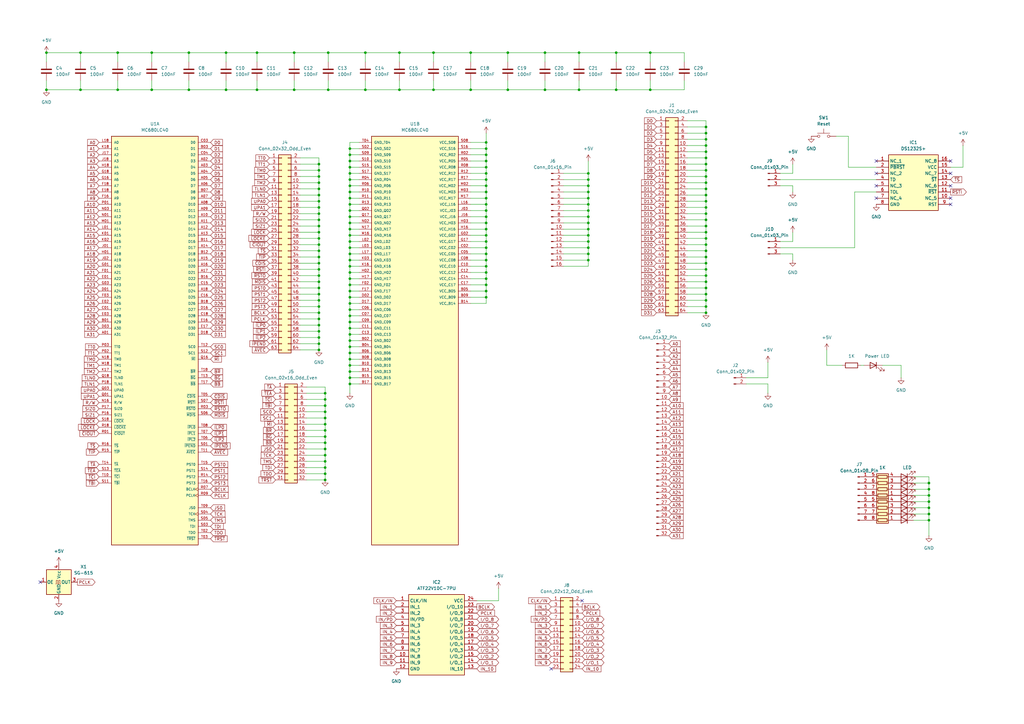
<source format=kicad_sch>
(kicad_sch (version 20231120) (generator "eeschema") (generator_version "8.0")
  (paper "A3")
  (junction (at 133.35 191.77))
  (junction (at 177.8 21.59))
  (junction (at 199.39 93.98))
  (junction (at 133.35 161.29))
  (junction (at 130.81 123.19))
  (junction (at 92.71 36.83))
  (junction (at 130.81 135.89))
  (junction (at 133.35 171.45))
  (junction (at 252.73 36.83))
  (junction (at 199.39 63.5))
  (junction (at 143.51 152.4))
  (junction (at 241.3 93.98))
  (junction (at 199.39 81.28))
  (junction (at 105.41 21.59))
  (junction (at 241.3 86.36))
  (junction (at 130.81 67.31))
  (junction (at 105.41 36.83))
  (junction (at 289.56 62.23))
  (junction (at 143.51 66.04))
  (junction (at 143.51 116.84))
  (junction (at 130.81 140.97))
  (junction (at 143.51 144.78))
  (junction (at 266.7 21.59))
  (junction (at 199.39 91.44))
  (junction (at 130.81 97.79))
  (junction (at 77.47 36.83))
  (junction (at 163.83 21.59))
  (junction (at 199.39 119.38))
  (junction (at 289.56 123.19))
  (junction (at 130.81 143.51))
  (junction (at 241.3 81.28))
  (junction (at 134.62 21.59))
  (junction (at 289.56 74.93))
  (junction (at 130.81 115.57))
  (junction (at 289.56 82.55))
  (junction (at 143.51 91.44))
  (junction (at 130.81 92.71))
  (junction (at 289.56 67.31))
  (junction (at 199.39 73.66))
  (junction (at 208.28 21.59))
  (junction (at 130.81 95.25))
  (junction (at 241.3 76.2))
  (junction (at 133.35 186.69))
  (junction (at 199.39 78.74))
  (junction (at 143.51 88.9))
  (junction (at 130.81 85.09))
  (junction (at 130.81 125.73))
  (junction (at 133.35 181.61))
  (junction (at 241.3 99.06))
  (junction (at 133.35 163.83))
  (junction (at 199.39 106.68))
  (junction (at 130.81 90.17))
  (junction (at 266.7 36.83))
  (junction (at 241.3 101.6))
  (junction (at 381 198.12))
  (junction (at 199.39 99.06))
  (junction (at 130.81 113.03))
  (junction (at 289.56 57.15))
  (junction (at 133.35 173.99))
  (junction (at 133.35 194.31))
  (junction (at 143.51 139.7))
  (junction (at 130.81 133.35))
  (junction (at 199.39 83.82))
  (junction (at 149.86 21.59))
  (junction (at 130.81 77.47))
  (junction (at 289.56 100.33))
  (junction (at 143.51 121.92))
  (junction (at 143.51 147.32))
  (junction (at 143.51 109.22))
  (junction (at 289.56 54.61))
  (junction (at 143.51 132.08))
  (junction (at 289.56 95.25))
  (junction (at 143.51 68.58))
  (junction (at 241.3 106.68))
  (junction (at 143.51 134.62))
  (junction (at 130.81 118.11))
  (junction (at 289.56 110.49))
  (junction (at 237.49 21.59))
  (junction (at 130.81 120.65))
  (junction (at 130.81 110.49))
  (junction (at 199.39 58.42))
  (junction (at 143.51 81.28))
  (junction (at 289.56 97.79))
  (junction (at 130.81 82.55))
  (junction (at 199.39 68.58))
  (junction (at 143.51 127))
  (junction (at 143.51 76.2))
  (junction (at 289.56 64.77))
  (junction (at 48.26 21.59))
  (junction (at 143.51 149.86))
  (junction (at 33.02 36.83))
  (junction (at 289.56 87.63))
  (junction (at 130.81 80.01))
  (junction (at 199.39 60.96))
  (junction (at 289.56 115.57))
  (junction (at 177.8 36.83))
  (junction (at 289.56 69.85))
  (junction (at 120.65 36.83))
  (junction (at 143.51 157.48))
  (junction (at 381 210.82))
  (junction (at 143.51 129.54))
  (junction (at 143.51 86.36))
  (junction (at 289.56 72.39))
  (junction (at 237.49 36.83))
  (junction (at 143.51 99.06))
  (junction (at 133.35 179.07))
  (junction (at 19.05 21.59))
  (junction (at 130.81 107.95))
  (junction (at 130.81 72.39))
  (junction (at 143.51 111.76))
  (junction (at 130.81 100.33))
  (junction (at 62.23 36.83))
  (junction (at 199.39 76.2))
  (junction (at 223.52 36.83))
  (junction (at 381 205.74))
  (junction (at 241.3 91.44))
  (junction (at 199.39 111.76))
  (junction (at 143.51 60.96))
  (junction (at 143.51 104.14))
  (junction (at 289.56 107.95))
  (junction (at 199.39 104.14))
  (junction (at 143.51 154.94))
  (junction (at 133.35 166.37))
  (junction (at 130.81 69.85))
  (junction (at 133.35 196.85))
  (junction (at 130.81 102.87))
  (junction (at 223.52 21.59))
  (junction (at 143.51 101.6))
  (junction (at 130.81 74.93))
  (junction (at 143.51 119.38))
  (junction (at 130.81 105.41))
  (junction (at 289.56 85.09))
  (junction (at 133.35 168.91))
  (junction (at 289.56 128.27))
  (junction (at 289.56 90.17))
  (junction (at 289.56 77.47))
  (junction (at 19.05 36.83))
  (junction (at 289.56 80.01))
  (junction (at 252.73 21.59))
  (junction (at 193.04 21.59))
  (junction (at 143.51 73.66))
  (junction (at 143.51 142.24))
  (junction (at 199.39 101.6))
  (junction (at 241.3 88.9))
  (junction (at 289.56 102.87))
  (junction (at 289.56 118.11))
  (junction (at 199.39 66.04))
  (junction (at 193.04 36.83))
  (junction (at 381 203.2))
  (junction (at 133.35 176.53))
  (junction (at 143.51 83.82))
  (junction (at 199.39 114.3))
  (junction (at 48.26 36.83))
  (junction (at 130.81 138.43))
  (junction (at 381 213.36))
  (junction (at 134.62 36.83))
  (junction (at 199.39 121.92))
  (junction (at 289.56 105.41))
  (junction (at 143.51 137.16))
  (junction (at 381 200.66))
  (junction (at 289.56 52.07))
  (junction (at 208.28 36.83))
  (junction (at 130.81 130.81))
  (junction (at 199.39 71.12))
  (junction (at 241.3 78.74))
  (junction (at 143.51 71.12))
  (junction (at 33.02 21.59))
  (junction (at 241.3 71.12))
  (junction (at 143.51 106.68))
  (junction (at 133.35 184.15))
  (junction (at 92.71 21.59))
  (junction (at 143.51 124.46))
  (junction (at 77.47 21.59))
  (junction (at 130.81 128.27))
  (junction (at 289.56 125.73))
  (junction (at 143.51 93.98))
  (junction (at 143.51 63.5))
  (junction (at 241.3 83.82))
  (junction (at 199.39 96.52))
  (junction (at 241.3 96.52))
  (junction (at 199.39 86.36))
  (junction (at 130.81 87.63))
  (junction (at 241.3 104.14))
  (junction (at 289.56 92.71))
  (junction (at 289.56 120.65))
  (junction (at 241.3 73.66))
  (junction (at 133.35 189.23))
  (junction (at 143.51 114.3))
  (junction (at 143.51 96.52))
  (junction (at 289.56 59.69))
  (junction (at 381 208.28))
  (junction (at 149.86 36.83))
  (junction (at 199.39 88.9))
  (junction (at 62.23 21.59))
  (junction (at 163.83 36.83))
  (junction (at 289.56 113.03))
  (junction (at 199.39 109.22))
  (junction (at 143.51 78.74))
  (junction (at 199.39 116.84))
  (junction (at 120.65 21.59))
  (no_connect (at 389.89 71.12))
  (no_connect (at 16.51 238.76))
  (no_connect (at 359.41 71.12))
  (no_connect (at 389.89 83.82))
  (no_connect (at 389.89 76.2))
  (no_connect (at 359.41 76.2))
  (no_connect (at 238.76 246.38))
  (no_connect (at 389.89 66.04))
  (no_connect (at 226.06 274.32))
  (no_connect (at 359.41 81.28))
  (no_connect (at 359.41 66.04))
  (no_connect (at 389.89 81.28))
  (wire (pts (xy 208.28 36.83) (xy 223.52 36.83)))
  (wire (pts (xy 123.19 143.51) (xy 130.81 143.51)))
  (wire (pts (xy 281.94 67.31) (xy 289.56 67.31)))
  (wire (pts (xy 130.81 90.17) (xy 130.81 92.71)))
  (wire (pts (xy 125.73 186.69) (xy 133.35 186.69)))
  (wire (pts (xy 193.04 109.22) (xy 199.39 109.22)))
  (wire (pts (xy 33.02 25.4) (xy 33.02 21.59)))
  (wire (pts (xy 19.05 25.4) (xy 19.05 21.59)))
  (wire (pts (xy 281.94 102.87) (xy 289.56 102.87)))
  (wire (pts (xy 241.3 101.6) (xy 241.3 104.14)))
  (wire (pts (xy 143.51 157.48) (xy 143.51 154.94)))
  (wire (pts (xy 208.28 21.59) (xy 223.52 21.59)))
  (wire (pts (xy 281.94 69.85) (xy 289.56 69.85)))
  (wire (pts (xy 289.56 67.31) (xy 289.56 69.85)))
  (wire (pts (xy 289.56 72.39) (xy 289.56 74.93)))
  (wire (pts (xy 143.51 76.2) (xy 143.51 78.74)))
  (wire (pts (xy 241.3 81.28) (xy 241.3 83.82)))
  (wire (pts (xy 204.47 246.38) (xy 195.58 246.38)))
  (wire (pts (xy 231.14 78.74) (xy 241.3 78.74)))
  (wire (pts (xy 231.14 71.12) (xy 241.3 71.12)))
  (wire (pts (xy 325.12 67.31) (xy 325.12 71.12)))
  (wire (pts (xy 241.3 73.66) (xy 241.3 76.2)))
  (wire (pts (xy 193.04 121.92) (xy 199.39 121.92)))
  (wire (pts (xy 231.14 99.06) (xy 241.3 99.06)))
  (wire (pts (xy 281.94 107.95) (xy 289.56 107.95)))
  (wire (pts (xy 281.94 87.63) (xy 289.56 87.63)))
  (wire (pts (xy 354.33 149.86) (xy 353.06 149.86)))
  (wire (pts (xy 143.51 132.08) (xy 143.51 129.54)))
  (wire (pts (xy 199.39 83.82) (xy 199.39 86.36)))
  (wire (pts (xy 143.51 119.38) (xy 143.51 116.84)))
  (wire (pts (xy 125.73 189.23) (xy 133.35 189.23)))
  (wire (pts (xy 133.35 191.77) (xy 133.35 194.31)))
  (wire (pts (xy 143.51 119.38) (xy 147.32 119.38)))
  (wire (pts (xy 143.51 137.16) (xy 143.51 134.62)))
  (wire (pts (xy 289.56 113.03) (xy 289.56 115.57)))
  (wire (pts (xy 281.94 59.69) (xy 289.56 59.69)))
  (wire (pts (xy 280.67 33.02) (xy 280.67 36.83)))
  (wire (pts (xy 193.04 33.02) (xy 193.04 36.83)))
  (wire (pts (xy 241.3 71.12) (xy 241.3 73.66)))
  (wire (pts (xy 19.05 33.02) (xy 19.05 36.83)))
  (wire (pts (xy 48.26 21.59) (xy 62.23 21.59)))
  (wire (pts (xy 223.52 21.59) (xy 237.49 21.59)))
  (wire (pts (xy 130.81 123.19) (xy 130.81 125.73)))
  (wire (pts (xy 143.51 63.5) (xy 147.32 63.5)))
  (wire (pts (xy 143.51 142.24) (xy 147.32 142.24)))
  (wire (pts (xy 241.3 106.68) (xy 241.3 109.22)))
  (wire (pts (xy 281.94 118.11) (xy 289.56 118.11)))
  (wire (pts (xy 143.51 127) (xy 147.32 127)))
  (wire (pts (xy 193.04 104.14) (xy 199.39 104.14)))
  (wire (pts (xy 199.39 104.14) (xy 199.39 106.68)))
  (wire (pts (xy 237.49 21.59) (xy 252.73 21.59)))
  (wire (pts (xy 281.94 95.25) (xy 289.56 95.25)))
  (wire (pts (xy 143.51 111.76) (xy 147.32 111.76)))
  (wire (pts (xy 199.39 76.2) (xy 199.39 73.66)))
  (wire (pts (xy 123.19 74.93) (xy 130.81 74.93)))
  (wire (pts (xy 241.3 104.14) (xy 241.3 106.68)))
  (wire (pts (xy 199.39 78.74) (xy 199.39 81.28)))
  (wire (pts (xy 133.35 173.99) (xy 133.35 176.53)))
  (wire (pts (xy 193.04 96.52) (xy 199.39 96.52)))
  (wire (pts (xy 143.51 132.08) (xy 147.32 132.08)))
  (wire (pts (xy 381 208.28) (xy 381 210.82)))
  (wire (pts (xy 147.32 58.42) (xy 143.51 58.42)))
  (wire (pts (xy 193.04 63.5) (xy 199.39 63.5)))
  (wire (pts (xy 133.35 168.91) (xy 133.35 171.45)))
  (wire (pts (xy 289.56 120.65) (xy 289.56 123.19)))
  (wire (pts (xy 289.56 59.69) (xy 289.56 62.23)))
  (wire (pts (xy 130.81 138.43) (xy 130.81 140.97)))
  (wire (pts (xy 130.81 77.47) (xy 130.81 80.01)))
  (wire (pts (xy 199.39 73.66) (xy 199.39 71.12)))
  (wire (pts (xy 199.39 71.12) (xy 199.39 68.58)))
  (wire (pts (xy 361.95 149.86) (xy 369.57 149.86)))
  (wire (pts (xy 381 210.82) (xy 381 213.36)))
  (wire (pts (xy 147.32 73.66) (xy 143.51 73.66)))
  (wire (pts (xy 199.39 58.42) (xy 199.39 54.61)))
  (wire (pts (xy 231.14 73.66) (xy 241.3 73.66)))
  (wire (pts (xy 143.51 147.32) (xy 147.32 147.32)))
  (wire (pts (xy 125.73 196.85) (xy 133.35 196.85)))
  (wire (pts (xy 143.51 157.48) (xy 147.32 157.48)))
  (wire (pts (xy 281.94 72.39) (xy 289.56 72.39)))
  (wire (pts (xy 177.8 21.59) (xy 193.04 21.59)))
  (wire (pts (xy 241.3 83.82) (xy 241.3 86.36)))
  (wire (pts (xy 105.41 21.59) (xy 120.65 21.59)))
  (wire (pts (xy 381 198.12) (xy 381 200.66)))
  (wire (pts (xy 281.94 125.73) (xy 289.56 125.73)))
  (wire (pts (xy 193.04 68.58) (xy 199.39 68.58)))
  (wire (pts (xy 314.96 154.94) (xy 306.07 154.94)))
  (wire (pts (xy 289.56 107.95) (xy 289.56 110.49)))
  (wire (pts (xy 199.39 68.58) (xy 199.39 66.04)))
  (wire (pts (xy 133.35 179.07) (xy 133.35 181.61)))
  (wire (pts (xy 289.56 85.09) (xy 289.56 87.63)))
  (wire (pts (xy 163.83 21.59) (xy 177.8 21.59)))
  (wire (pts (xy 281.94 77.47) (xy 289.56 77.47)))
  (wire (pts (xy 123.19 77.47) (xy 130.81 77.47)))
  (wire (pts (xy 133.35 176.53) (xy 133.35 179.07)))
  (wire (pts (xy 130.81 105.41) (xy 130.81 107.95)))
  (wire (pts (xy 125.73 166.37) (xy 133.35 166.37)))
  (wire (pts (xy 130.81 85.09) (xy 130.81 87.63)))
  (wire (pts (xy 204.47 241.3) (xy 204.47 246.38)))
  (wire (pts (xy 123.19 138.43) (xy 130.81 138.43)))
  (wire (pts (xy 143.51 116.84) (xy 143.51 114.3)))
  (wire (pts (xy 231.14 101.6) (xy 241.3 101.6)))
  (wire (pts (xy 280.67 25.4) (xy 280.67 21.59)))
  (wire (pts (xy 237.49 33.02) (xy 237.49 36.83)))
  (wire (pts (xy 92.71 25.4) (xy 92.71 21.59)))
  (wire (pts (xy 143.51 106.68) (xy 143.51 109.22)))
  (wire (pts (xy 77.47 25.4) (xy 77.47 21.59)))
  (wire (pts (xy 123.19 135.89) (xy 130.81 135.89)))
  (wire (pts (xy 193.04 36.83) (xy 208.28 36.83)))
  (wire (pts (xy 33.02 21.59) (xy 48.26 21.59)))
  (wire (pts (xy 62.23 36.83) (xy 48.26 36.83)))
  (wire (pts (xy 123.19 105.41) (xy 130.81 105.41)))
  (wire (pts (xy 133.35 166.37) (xy 133.35 168.91)))
  (wire (pts (xy 147.32 104.14) (xy 143.51 104.14)))
  (wire (pts (xy 130.81 130.81) (xy 130.81 133.35)))
  (wire (pts (xy 123.19 140.97) (xy 130.81 140.97)))
  (wire (pts (xy 193.04 21.59) (xy 208.28 21.59)))
  (wire (pts (xy 123.19 128.27) (xy 130.81 128.27)))
  (wire (pts (xy 289.56 62.23) (xy 289.56 64.77)))
  (wire (pts (xy 133.35 158.75) (xy 133.35 161.29)))
  (wire (pts (xy 125.73 171.45) (xy 133.35 171.45)))
  (wire (pts (xy 123.19 69.85) (xy 130.81 69.85)))
  (wire (pts (xy 143.51 66.04) (xy 143.51 68.58)))
  (wire (pts (xy 289.56 105.41) (xy 289.56 107.95)))
  (wire (pts (xy 199.39 81.28) (xy 199.39 83.82)))
  (wire (pts (xy 133.35 194.31) (xy 133.35 196.85)))
  (wire (pts (xy 143.51 104.14) (xy 143.51 106.68)))
  (wire (pts (xy 289.56 87.63) (xy 289.56 90.17)))
  (wire (pts (xy 123.19 87.63) (xy 130.81 87.63)))
  (wire (pts (xy 281.94 49.53) (xy 289.56 49.53)))
  (wire (pts (xy 369.57 149.86) (xy 369.57 154.94)))
  (wire (pts (xy 143.51 124.46) (xy 147.32 124.46)))
  (wire (pts (xy 62.23 33.02) (xy 62.23 36.83)))
  (wire (pts (xy 241.3 88.9) (xy 241.3 91.44)))
  (wire (pts (xy 123.19 125.73) (xy 130.81 125.73)))
  (wire (pts (xy 62.23 21.59) (xy 77.47 21.59)))
  (wire (pts (xy 193.04 106.68) (xy 199.39 106.68)))
  (wire (pts (xy 199.39 93.98) (xy 199.39 96.52)))
  (wire (pts (xy 241.3 109.22) (xy 231.14 109.22)))
  (wire (pts (xy 134.62 33.02) (xy 134.62 36.83)))
  (wire (pts (xy 125.73 184.15) (xy 133.35 184.15)))
  (wire (pts (xy 123.19 82.55) (xy 130.81 82.55)))
  (wire (pts (xy 133.35 189.23) (xy 133.35 191.77)))
  (wire (pts (xy 289.56 102.87) (xy 289.56 105.41)))
  (wire (pts (xy 143.51 139.7) (xy 147.32 139.7)))
  (wire (pts (xy 374.65 205.74) (xy 381 205.74)))
  (wire (pts (xy 289.56 125.73) (xy 289.56 128.27)))
  (wire (pts (xy 320.04 104.14) (xy 325.12 104.14)))
  (wire (pts (xy 289.56 115.57) (xy 289.56 118.11)))
  (wire (pts (xy 143.51 142.24) (xy 143.51 139.7)))
  (wire (pts (xy 130.81 118.11) (xy 130.81 120.65)))
  (wire (pts (xy 252.73 25.4) (xy 252.73 21.59)))
  (wire (pts (xy 193.04 66.04) (xy 199.39 66.04)))
  (wire (pts (xy 281.94 110.49) (xy 289.56 110.49)))
  (wire (pts (xy 281.94 105.41) (xy 289.56 105.41)))
  (wire (pts (xy 193.04 78.74) (xy 199.39 78.74)))
  (wire (pts (xy 231.14 96.52) (xy 241.3 96.52)))
  (wire (pts (xy 133.35 161.29) (xy 133.35 163.83)))
  (wire (pts (xy 123.19 85.09) (xy 130.81 85.09)))
  (wire (pts (xy 199.39 114.3) (xy 199.39 116.84)))
  (wire (pts (xy 289.56 118.11) (xy 289.56 120.65)))
  (wire (pts (xy 381 203.2) (xy 381 205.74)))
  (wire (pts (xy 143.51 147.32) (xy 143.51 144.78)))
  (wire (pts (xy 252.73 33.02) (xy 252.73 36.83)))
  (wire (pts (xy 120.65 36.83) (xy 134.62 36.83)))
  (wire (pts (xy 193.04 99.06) (xy 199.39 99.06)))
  (wire (pts (xy 163.83 25.4) (xy 163.83 21.59)))
  (wire (pts (xy 105.41 36.83) (xy 92.71 36.83)))
  (wire (pts (xy 143.51 93.98) (xy 143.51 96.52)))
  (wire (pts (xy 350.52 78.74) (xy 350.52 101.6)))
  (wire (pts (xy 143.51 91.44) (xy 147.32 91.44)))
  (wire (pts (xy 289.56 54.61) (xy 289.56 57.15)))
  (wire (pts (xy 143.51 124.46) (xy 143.51 121.92)))
  (wire (pts (xy 266.7 25.4) (xy 266.7 21.59)))
  (wire (pts (xy 123.19 100.33) (xy 130.81 100.33)))
  (wire (pts (xy 123.19 110.49) (xy 130.81 110.49)))
  (wire (pts (xy 241.3 96.52) (xy 241.3 99.06)))
  (wire (pts (xy 120.65 25.4) (xy 120.65 21.59)))
  (wire (pts (xy 281.94 90.17) (xy 289.56 90.17)))
  (wire (pts (xy 241.3 91.44) (xy 241.3 93.98)))
  (wire (pts (xy 199.39 121.92) (xy 199.39 124.46)))
  (wire (pts (xy 77.47 21.59) (xy 92.71 21.59)))
  (wire (pts (xy 199.39 66.04) (xy 199.39 63.5)))
  (wire (pts (xy 289.56 64.77) (xy 289.56 67.31)))
  (wire (pts (xy 281.94 80.01) (xy 289.56 80.01)))
  (wire (pts (xy 177.8 25.4) (xy 177.8 21.59)))
  (wire (pts (xy 123.19 97.79) (xy 130.81 97.79)))
  (wire (pts (xy 193.04 88.9) (xy 199.39 88.9)))
  (wire (pts (xy 143.51 109.22) (xy 147.32 109.22)))
  (wire (pts (xy 199.39 109.22) (xy 199.39 111.76)))
  (wire (pts (xy 143.51 149.86) (xy 143.51 147.32)))
  (wire (pts (xy 359.41 78.74) (xy 350.52 78.74)))
  (wire (pts (xy 281.94 57.15) (xy 289.56 57.15)))
  (wire (pts (xy 143.51 93.98) (xy 147.32 93.98)))
  (wire (pts (xy 125.73 168.91) (xy 133.35 168.91)))
  (wire (pts (xy 314.96 157.48) (xy 314.96 161.29)))
  (wire (pts (xy 193.04 91.44) (xy 199.39 91.44)))
  (wire (pts (xy 130.81 64.77) (xy 130.81 67.31)))
  (wire (pts (xy 130.81 95.25) (xy 130.81 97.79)))
  (wire (pts (xy 130.81 107.95) (xy 130.81 110.49)))
  (wire (pts (xy 193.04 119.38) (xy 199.39 119.38)))
  (wire (pts (xy 123.19 107.95) (xy 130.81 107.95)))
  (wire (pts (xy 289.56 80.01) (xy 289.56 82.55)))
  (wire (pts (xy 289.56 90.17) (xy 289.56 92.71)))
  (wire (pts (xy 123.19 80.01) (xy 130.81 80.01)))
  (wire (pts (xy 231.14 91.44) (xy 241.3 91.44)))
  (wire (pts (xy 130.81 133.35) (xy 130.81 135.89)))
  (wire (pts (xy 193.04 101.6) (xy 199.39 101.6)))
  (wire (pts (xy 123.19 133.35) (xy 130.81 133.35)))
  (wire (pts (xy 374.65 198.12) (xy 381 198.12)))
  (wire (pts (xy 143.51 96.52) (xy 143.51 99.06)))
  (wire (pts (xy 381 195.58) (xy 381 198.12)))
  (wire (pts (xy 143.51 60.96) (xy 147.32 60.96)))
  (wire (pts (xy 241.3 99.06) (xy 241.3 101.6)))
  (wire (pts (xy 77.47 36.83) (xy 92.71 36.83)))
  (wire (pts (xy 281.94 52.07) (xy 289.56 52.07)))
  (wire (pts (xy 241.3 66.04) (xy 241.3 71.12)))
  (wire (pts (xy 123.19 95.25) (xy 130.81 95.25)))
  (wire (pts (xy 394.97 59.69) (xy 394.97 68.58)))
  (wire (pts (xy 350.52 101.6) (xy 320.04 101.6)))
  (wire (pts (xy 143.51 88.9) (xy 143.51 91.44)))
  (wire (pts (xy 134.62 25.4) (xy 134.62 21.59)))
  (wire (pts (xy 193.04 81.28) (xy 199.39 81.28)))
  (wire (pts (xy 92.71 21.59) (xy 105.41 21.59)))
  (wire (pts (xy 281.94 54.61) (xy 289.56 54.61)))
  (wire (pts (xy 347.98 55.88) (xy 347.98 68.58)))
  (wire (pts (xy 123.19 118.11) (xy 130.81 118.11)))
  (wire (pts (xy 231.14 106.68) (xy 241.3 106.68)))
  (wire (pts (xy 92.71 33.02) (xy 92.71 36.83)))
  (wire (pts (xy 289.56 123.19) (xy 289.56 125.73)))
  (wire (pts (xy 252.73 21.59) (xy 266.7 21.59)))
  (wire (pts (xy 130.81 97.79) (xy 130.81 100.33)))
  (wire (pts (xy 130.81 100.33) (xy 130.81 102.87)))
  (wire (pts (xy 134.62 36.83) (xy 149.86 36.83)))
  (wire (pts (xy 130.81 69.85) (xy 130.81 72.39)))
  (wire (pts (xy 289.56 95.25) (xy 289.56 97.79)))
  (wire (pts (xy 130.81 120.65) (xy 130.81 123.19)))
  (wire (pts (xy 123.19 102.87) (xy 130.81 102.87)))
  (wire (pts (xy 143.51 116.84) (xy 147.32 116.84)))
  (wire (pts (xy 199.39 86.36) (xy 199.39 88.9)))
  (wire (pts (xy 130.81 87.63) (xy 130.81 90.17)))
  (wire (pts (xy 143.51 161.29) (xy 143.51 157.48)))
  (wire (pts (xy 281.94 62.23) (xy 289.56 62.23)))
  (wire (pts (xy 143.51 144.78) (xy 143.51 142.24)))
  (wire (pts (xy 149.86 21.59) (xy 163.83 21.59)))
  (wire (pts (xy 199.39 88.9) (xy 199.39 91.44)))
  (wire (pts (xy 193.04 114.3) (xy 199.39 114.3)))
  (wire (pts (xy 123.19 115.57) (xy 130.81 115.57)))
  (wire (pts (xy 281.94 85.09) (xy 289.56 85.09)))
  (wire (pts (xy 143.51 81.28) (xy 143.51 83.82)))
  (wire (pts (xy 143.51 129.54) (xy 143.51 127)))
  (wire (pts (xy 177.8 36.83) (xy 193.04 36.83)))
  (wire (pts (xy 123.19 92.71) (xy 130.81 92.71)))
  (wire (pts (xy 125.73 179.07) (xy 133.35 179.07)))
  (wire (pts (xy 143.51 134.62) (xy 147.32 134.62)))
  (wire (pts (xy 143.51 68.58) (xy 147.32 68.58)))
  (wire (pts (xy 62.23 36.83) (xy 77.47 36.83)))
  (wire (pts (xy 289.56 110.49) (xy 289.56 113.03)))
  (wire (pts (xy 125.73 173.99) (xy 133.35 173.99)))
  (wire (pts (xy 289.56 57.15) (xy 289.56 59.69)))
  (wire (pts (xy 177.8 33.02) (xy 177.8 36.83)))
  (wire (pts (xy 281.94 82.55) (xy 289.56 82.55)))
  (wire (pts (xy 320.04 71.12) (xy 325.12 71.12)))
  (wire (pts (xy 143.51 99.06) (xy 147.32 99.06)))
  (wire (pts (xy 306.07 157.48) (xy 314.96 157.48)))
  (wire (pts (xy 241.3 93.98) (xy 241.3 96.52)))
  (wire (pts (xy 143.51 60.96) (xy 143.51 63.5)))
  (wire (pts (xy 143.51 154.94) (xy 143.51 152.4)))
  (wire (pts (xy 314.96 148.59) (xy 314.96 154.94)))
  (wire (pts (xy 347.98 68.58) (xy 359.41 68.58)))
  (wire (pts (xy 130.81 110.49) (xy 130.81 113.03)))
  (wire (pts (xy 289.56 100.33) (xy 289.56 102.87)))
  (wire (pts (xy 130.81 92.71) (xy 130.81 95.25)))
  (wire (pts (xy 123.19 123.19) (xy 130.81 123.19)))
  (wire (pts (xy 143.51 86.36) (xy 147.32 86.36)))
  (wire (pts (xy 237.49 36.83) (xy 252.73 36.83)))
  (wire (pts (xy 241.3 78.74) (xy 241.3 81.28)))
  (wire (pts (xy 133.35 186.69) (xy 133.35 189.23)))
  (wire (pts (xy 143.51 106.68) (xy 147.32 106.68)))
  (wire (pts (xy 143.51 101.6) (xy 143.51 104.14)))
  (wire (pts (xy 143.51 121.92) (xy 143.51 119.38)))
  (wire (pts (xy 33.02 33.02) (xy 33.02 36.83)))
  (wire (pts (xy 281.94 64.77) (xy 289.56 64.77)))
  (wire (pts (xy 281.94 123.19) (xy 289.56 123.19)))
  (wire (pts (xy 123.19 130.81) (xy 130.81 130.81)))
  (wire (pts (xy 281.94 74.93) (xy 289.56 74.93)))
  (wire (pts (xy 193.04 86.36) (xy 199.39 86.36)))
  (wire (pts (xy 289.56 97.79) (xy 289.56 100.33)))
  (wire (pts (xy 266.7 21.59) (xy 280.67 21.59)))
  (wire (pts (xy 199.39 101.6) (xy 199.39 104.14)))
  (wire (pts (xy 143.51 111.76) (xy 143.51 114.3)))
  (wire (pts (xy 125.73 158.75) (xy 133.35 158.75)))
  (wire (pts (xy 143.51 99.06) (xy 143.51 101.6)))
  (wire (pts (xy 143.51 121.92) (xy 147.32 121.92)))
  (wire (pts (xy 199.39 119.38) (xy 199.39 121.92)))
  (wire (pts (xy 281.94 100.33) (xy 289.56 100.33)))
  (wire (pts (xy 130.81 102.87) (xy 130.81 105.41)))
  (wire (pts (xy 231.14 83.82) (xy 241.3 83.82)))
  (wire (pts (xy 241.3 86.36) (xy 241.3 88.9)))
  (wire (pts (xy 133.35 181.61) (xy 133.35 184.15)))
  (wire (pts (xy 19.05 36.83) (xy 33.02 36.83)))
  (wire (pts (xy 149.86 36.83) (xy 163.83 36.83)))
  (wire (pts (xy 199.39 78.74) (xy 199.39 76.2)))
  (wire (pts (xy 143.51 88.9) (xy 147.32 88.9)))
  (wire (pts (xy 223.52 25.4) (xy 223.52 21.59)))
  (wire (pts (xy 105.41 33.02) (xy 105.41 36.83)))
  (wire (pts (xy 143.51 149.86) (xy 147.32 149.86)))
  (wire (pts (xy 143.51 83.82) (xy 143.51 86.36)))
  (wire (pts (xy 123.19 120.65) (xy 130.81 120.65)))
  (wire (pts (xy 130.81 113.03) (xy 130.81 115.57)))
  (wire (pts (xy 143.51 91.44) (xy 143.51 93.98)))
  (wire (pts (xy 231.14 88.9) (xy 241.3 88.9)))
  (wire (pts (xy 163.83 36.83) (xy 177.8 36.83)))
  (wire (pts (xy 231.14 86.36) (xy 241.3 86.36)))
  (wire (pts (xy 374.65 200.66) (xy 381 200.66)))
  (wire (pts (xy 77.47 33.02) (xy 77.47 36.83)))
  (wire (pts (xy 143.51 134.62) (xy 143.51 132.08)))
  (wire (pts (xy 381 205.74) (xy 381 208.28)))
  (wire (pts (xy 231.14 81.28) (xy 241.3 81.28)))
  (wire (pts (xy 281.94 120.65) (xy 289.56 120.65)))
  (wire (pts (xy 123.19 64.77) (xy 130.81 64.77)))
  (wire (pts (xy 320.04 76.2) (xy 325.12 76.2)))
  (wire (pts (xy 123.19 72.39) (xy 130.81 72.39)))
  (wire (pts (xy 143.51 109.22) (xy 143.51 111.76)))
  (wire (pts (xy 289.56 74.93) (xy 289.56 77.47)))
  (wire (pts (xy 223.52 33.02) (xy 223.52 36.83)))
  (wire (pts (xy 143.51 86.36) (xy 143.51 88.9)))
  (wire (pts (xy 143.51 154.94) (xy 147.32 154.94)))
  (wire (pts (xy 208.28 25.4) (xy 208.28 21.59)))
  (wire (pts (xy 130.81 72.39) (xy 130.81 74.93)))
  (wire (pts (xy 281.94 113.03) (xy 289.56 113.03)))
  (wire (pts (xy 241.3 76.2) (xy 241.3 78.74)))
  (wire (pts (xy 120.65 21.59) (xy 134.62 21.59)))
  (wire (pts (xy 266.7 36.83) (xy 252.73 36.83)))
  (wire (pts (xy 325.12 95.25) (xy 325.12 99.06)))
  (wire (pts (xy 231.14 104.14) (xy 241.3 104.14)))
  (wire (pts (xy 125.73 163.83) (xy 133.35 163.83)))
  (wire (pts (xy 143.51 96.52) (xy 147.32 96.52)))
  (wire (pts (xy 199.39 106.68) (xy 199.39 109.22)))
  (wire (pts (xy 193.04 116.84) (xy 199.39 116.84)))
  (wire (pts (xy 143.51 144.78) (xy 147.32 144.78)))
  (wire (pts (xy 143.51 152.4) (xy 143.51 149.86)))
  (wire (pts (xy 320.04 99.06) (xy 325.12 99.06)))
  (wire (pts (xy 143.51 137.16) (xy 147.32 137.16)))
  (wire (pts (xy 125.73 181.61) (xy 133.35 181.61)))
  (wire (pts (xy 130.81 74.93) (xy 130.81 77.47)))
  (wire (pts (xy 33.02 36.83) (xy 48.26 36.83)))
  (wire (pts (xy 120.65 33.02) (xy 120.65 36.83)))
  (wire (pts (xy 143.51 71.12) (xy 143.51 73.66)))
  (wire (pts (xy 266.7 33.02) (xy 266.7 36.83)))
  (wire (pts (xy 325.12 104.14) (xy 325.12 106.68)))
  (wire (pts (xy 149.86 25.4) (xy 149.86 21.59)))
  (wire (pts (xy 143.51 66.04) (xy 147.32 66.04)))
  (wire (pts (xy 130.81 82.55) (xy 130.81 85.09)))
  (wire (pts (xy 143.51 101.6) (xy 147.32 101.6)))
  (wire (pts (xy 394.97 68.58) (xy 389.89 68.58)))
  (wire (pts (xy 130.81 135.89) (xy 130.81 138.43)))
  (wire (pts (xy 48.26 33.02) (xy 48.26 36.83)))
  (wire (pts (xy 231.14 93.98) (xy 241.3 93.98)))
  (wire (pts (xy 193.04 58.42) (xy 199.39 58.42)))
  (wire (pts (xy 281.94 92.71) (xy 289.56 92.71)))
  (wire (pts (xy 289.56 77.47) (xy 289.56 80.01)))
  (wire (pts (xy 133.35 171.45) (xy 133.35 173.99)))
  (wire (pts (xy 149.86 33.02) (xy 149.86 36.83)))
  (wire (pts (xy 143.51 76.2) (xy 147.32 76.2)))
  (wire (pts (xy 266.7 36.83) (xy 280.67 36.83)))
  (wire (pts (xy 339.09 149.86) (xy 345.44 149.86)))
  (wire (pts (xy 199.39 111.76) (xy 199.39 114.3)))
  (wire (pts (xy 123.19 113.03) (xy 130.81 113.03)))
  (wire (pts (xy 143.51 139.7) (xy 143.51 137.16)))
  (wire (pts (xy 130.81 140.97) (xy 130.81 143.51)))
  (wire (pts (xy 339.09 143.51) (xy 339.09 149.86)))
  (wire (pts (xy 374.65 208.28) (xy 381 208.28)))
  (wire (pts (xy 125.73 191.77) (xy 133.35 191.77)))
  (wire (pts (xy 289.56 82.55) (xy 289.56 85.09)))
  (wire (pts (xy 193.04 76.2) (xy 199.39 76.2)))
  (wire (pts (xy 125.73 161.29) (xy 133.35 161.29)))
  (wire (pts (xy 143.51 78.74) (xy 147.32 78.74)))
  (wire (pts (xy 374.65 213.36) (xy 381 213.36)))
  (wire (pts (xy 123.19 67.31) (xy 130.81 67.31)))
  (wire (pts (xy 193.04 71.12) (xy 199.39 71.12)))
  (wire (pts (xy 143.51 114.3) (xy 147.32 114.3)))
  (wire (pts (xy 193.04 60.96) (xy 199.39 60.96)))
  (wire (pts (xy 125.73 176.53) (xy 133.35 176.53)))
  (wire (pts (xy 199.39 96.52) (xy 199.39 99.06)))
  (wire (pts (xy 237.49 36.83) (xy 223.52 36.83)))
  (wire (pts (xy 125.73 194.31) (xy 133.35 194.31)))
  (wire (pts (xy 143.51 63.5) (xy 143.51 66.04)))
  (wire (pts (xy 163.83 33.02) (xy 163.83 36.83)))
  (wire (pts (xy 143.51 152.4) (xy 147.32 152.4)))
  (wire (pts (xy 193.04 111.76) (xy 199.39 111.76)))
  (wire (pts (xy 130.81 67.31) (xy 130.81 69.85)))
  (wire (pts (xy 143.51 71.12) (xy 147.32 71.12)))
  (wire (pts (xy 48.26 25.4) (xy 48.26 21.59)))
  (wire (pts (xy 199.39 116.84) (xy 199.39 119.38)))
  (wire (pts (xy 143.51 58.42) (xy 143.51 60.96)))
  (wire (pts (xy 289.56 92.71) (xy 289.56 95.25)))
  (wire (pts (xy 193.04 73.66) (xy 199.39 73.66)))
  (wire (pts (xy 237.49 25.4) (xy 237.49 21.59)))
  (wire (pts (xy 342.9 55.88) (xy 347.98 55.88)))
  (wire (pts (xy 231.14 76.2) (xy 241.3 76.2)))
  (wire (pts (xy 193.04 124.46) (xy 199.39 124.46)))
  (wire (pts (xy 374.65 210.82) (xy 381 210.82)))
  (wire (pts (xy 199.39 99.06) (xy 199.39 101.6)))
  (wire (pts (xy 62.23 25.4) (xy 62.23 21.59)))
  (wire (pts (xy 105.41 25.4) (xy 105.41 21.59)))
  (wire (pts (xy 281.94 128.27) (xy 289.56 128.27)))
  (wire (pts (xy 374.65 203.2) (xy 381 203.2)))
  (wire (pts (xy 199.39 63.5) (xy 199.39 60.96)))
  (wire (pts (xy 281.94 115.57) (xy 289.56 115.57)))
  (wire (pts (xy 105.41 36.83) (xy 120.65 36.83)))
  (wire (pts (xy 143.51 78.74) (xy 143.51 81.28)))
  (wire (pts (xy 381 213.36) (xy 381 219.71)))
  (wire (pts (xy 134.62 21.59) (xy 149.86 21.59)))
  (wire (pts (xy 289.56 69.85) (xy 289.56 72.39)))
  (wire (pts (xy 143.51 81.28) (xy 147.32 81.28)))
  (wire (pts (xy 289.56 52.07) (xy 289.56 54.61)))
  (wire (pts (xy 193.04 93.98) (xy 199.39 93.98)))
  (wire (pts (xy 193.04 83.82) (xy 199.39 83.82)))
  (wire (pts (xy 193.04 25.4) (xy 193.04 21.59)))
  (wire (pts (xy 130.81 115.57) (xy 130.81 118.11)))
  (wire (pts (xy 143.51 83.82) (xy 147.32 83.82)))
  (wire (pts (xy 19.05 21.59) (xy 33.02 21.59)))
  (wire (pts (xy 143.51 73.66) (xy 143.51 76.2)))
  (wire (pts (xy 320.04 73.66) (xy 359.41 73.66)))
  (wire (pts (xy 199.39 60.96) (xy 199.39 58.42)))
  (wire (pts (xy 325.12 76.2) (xy 325.12 78.74)))
  (wire (pts (xy 133.35 163.83) (xy 133.35 166.37)))
  (wire (pts (xy 123.19 90.17) (xy 130.81 90.17)))
  (wire (pts (xy 130.81 80.01) (xy 130.81 82.55)))
  (wire (pts (xy 130.81 128.27) (xy 130.81 130.81)))
  (wire (pts (xy 381 200.66) (xy 381 203.2)))
  (wire (pts (xy 143.51 127) (xy 143.51 124.46)))
  (wire (pts (xy 199.39 91.44) (xy 199.39 93.98)))
  (wire (pts (xy 143.51 68.58) (xy 143.51 71.12)))
  (wire (pts (xy 133.35 184.15) (xy 133.35 186.69)))
  (wire (pts (xy 208.28 33.02) (xy 208.28 36.83)))
  (wire (pts (xy 289.56 49.53) (xy 289.56 52.07)))
  (wire (pts (xy 281.94 97.79) (xy 289.56 97.79)))
  (wire (pts (xy 130.81 125.73) (xy 130.81 128.27)))
  (wire (pts (xy 143.51 129.54) (xy 147.32 129.54)))
  (wire (pts (xy 374.65 195.58) (xy 381 195.58)))
  (global_label "D27" (shape input) (at 269.24 118.11 180) (property "Intersheetrefs" "${INTERSHEET_REFS}" (effects (hide yes))))
  (global_label "I{slash}O_5" (shape bidirectional) (at 238.76 261.62 0) (property "Intersheetrefs" "${INTERSHEET_REFS}" (effects (hide yes))))
  (global_label "A27" (shape input) (at 40.64 127 180) (property "Intersheetrefs" "${INTERSHEET_REFS}" (effects (hide yes))))
  (global_label "~{CDIS}" (shape input) (at 86.36 162.56 0) (property "Intersheetrefs" "${INTERSHEET_REFS}" (effects (hide yes))))
  (global_label "D3" (shape input) (at 86.36 66.04 0) (property "Intersheetrefs" "${INTERSHEET_REFS}" (effects (hide yes))))
  (global_label "A12" (shape input) (at 40.64 88.9 180) (property "Intersheetrefs" "${INTERSHEET_REFS}" (effects (hide yes))))
  (global_label "IN_3" (shape input) (at 162.56 256.54 180) (property "Intersheetrefs" "${INTERSHEET_REFS}" (effects (hide yes))))
  (global_label "~{ILP1}" (shape input) (at 86.36 177.8 0) (property "Intersheetrefs" "${INTERSHEET_REFS}" (effects (hide yes))))
  (global_label "A21" (shape input) (at 274.32 194.31 0) (property "Intersheetrefs" "${INTERSHEET_REFS}" (effects (hide yes))))
  (global_label "A16" (shape input) (at 40.64 99.06 180) (property "Intersheetrefs" "${INTERSHEET_REFS}" (effects (hide yes))))
  (global_label "A23" (shape input) (at 40.64 116.84 180) (property "Intersheetrefs" "${INTERSHEET_REFS}" (effects (hide yes))))
  (global_label "D9" (shape input) (at 269.24 72.39 180) (property "Intersheetrefs" "${INTERSHEET_REFS}" (effects (hide yes))))
  (global_label "A0" (shape input) (at 40.64 58.42 180) (property "Intersheetrefs" "${INTERSHEET_REFS}" (effects (hide yes))))
  (global_label "TLN1" (shape input) (at 40.64 157.48 180) (property "Intersheetrefs" "${INTERSHEET_REFS}" (effects (hide yes))))
  (global_label "A17" (shape input) (at 40.64 101.6 180) (property "Intersheetrefs" "${INTERSHEET_REFS}" (effects (hide yes))))
  (global_label "IN_2" (shape input) (at 226.06 251.46 180) (property "Intersheetrefs" "${INTERSHEET_REFS}" (effects (hide yes))))
  (global_label "~{TS}" (shape input) (at 110.49 102.87 180) (property "Intersheetrefs" "${INTERSHEET_REFS}" (effects (hide yes))))
  (global_label "~{TBI}" (shape input) (at 113.03 166.37 180) (property "Intersheetrefs" "${INTERSHEET_REFS}" (effects (hide yes))))
  (global_label "A20" (shape input) (at 274.32 191.77 0) (property "Intersheetrefs" "${INTERSHEET_REFS}" (effects (hide yes))))
  (global_label "A5" (shape input) (at 40.64 71.12 180) (property "Intersheetrefs" "${INTERSHEET_REFS}" (effects (hide yes))))
  (global_label "TLN0" (shape input) (at 40.64 154.94 180) (property "Intersheetrefs" "${INTERSHEET_REFS}" (effects (hide yes))))
  (global_label "~{LOCKE}" (shape input) (at 110.49 97.79 180) (property "Intersheetrefs" "${INTERSHEET_REFS}" (effects (hide yes))))
  (global_label "IN_4" (shape input) (at 226.06 259.08 180) (property "Intersheetrefs" "${INTERSHEET_REFS}" (effects (hide yes))))
  (global_label "A26" (shape input) (at 274.32 207.01 0) (property "Intersheetrefs" "${INTERSHEET_REFS}" (effects (hide yes))))
  (global_label "I{slash}O_2" (shape bidirectional) (at 195.58 269.24 0) (property "Intersheetrefs" "${INTERSHEET_REFS}" (effects (hide yes))))
  (global_label "TM1" (shape input) (at 40.64 149.86 180) (property "Intersheetrefs" "${INTERSHEET_REFS}" (effects (hide yes))))
  (global_label "R{slash}W" (shape input) (at 110.49 87.63 180) (property "Intersheetrefs" "${INTERSHEET_REFS}" (effects (hide yes))))
  (global_label "~{MI}" (shape input) (at 86.36 147.32 0) (property "Intersheetrefs" "${INTERSHEET_REFS}" (effects (hide yes))))
  (global_label "A6" (shape input) (at 40.64 73.66 180) (property "Intersheetrefs" "${INTERSHEET_REFS}" (effects (hide yes))))
  (global_label "D1" (shape input) (at 269.24 52.07 180) (property "Intersheetrefs" "${INTERSHEET_REFS}" (effects (hide yes))))
  (global_label "A24" (shape input) (at 40.64 119.38 180) (property "Intersheetrefs" "${INTERSHEET_REFS}" (effects (hide yes))))
  (global_label "D17" (shape input) (at 86.36 101.6 0) (property "Intersheetrefs" "${INTERSHEET_REFS}" (effects (hide yes))))
  (global_label "IN_6" (shape input) (at 226.06 264.16 180) (property "Intersheetrefs" "${INTERSHEET_REFS}" (effects (hide yes))))
  (global_label "D4" (shape input) (at 269.24 59.69 180) (property "Intersheetrefs" "${INTERSHEET_REFS}" (effects (hide yes))))
  (global_label "A18" (shape input) (at 40.64 104.14 180) (property "Intersheetrefs" "${INTERSHEET_REFS}" (effects (hide yes))))
  (global_label "~{TBI}" (shape input) (at 40.64 198.12 180) (property "Intersheetrefs" "${INTERSHEET_REFS}" (effects (hide yes))))
  (global_label "IN_10" (shape input) (at 238.76 274.32 0) (property "Intersheetrefs" "${INTERSHEET_REFS}" (effects (hide yes))))
  (global_label "D19" (shape input) (at 86.36 106.68 0) (property "Intersheetrefs" "${INTERSHEET_REFS}" (effects (hide yes))))
  (global_label "D10" (shape input) (at 86.36 83.82 0) (property "Intersheetrefs" "${INTERSHEET_REFS}" (effects (hide yes))))
  (global_label "TT1" (shape input) (at 40.64 144.78 180) (property "Intersheetrefs" "${INTERSHEET_REFS}" (effects (hide yes))))
  (global_label "D8" (shape input) (at 269.24 69.85 180) (property "Intersheetrefs" "${INTERSHEET_REFS}" (effects (hide yes))))
  (global_label "D8" (shape input) (at 86.36 78.74 0) (property "Intersheetrefs" "${INTERSHEET_REFS}" (effects (hide yes))))
  (global_label "I{slash}O_8" (shape bidirectional) (at 195.58 254 0) (property "Intersheetrefs" "${INTERSHEET_REFS}" (effects (hide yes))))
  (global_label "PST2" (shape input) (at 110.49 123.19 180) (property "Intersheetrefs" "${INTERSHEET_REFS}" (effects (hide yes))))
  (global_label "A29" (shape input) (at 274.32 214.63 0) (property "Intersheetrefs" "${INTERSHEET_REFS}" (effects (hide yes))))
  (global_label "UPA0" (shape input) (at 40.64 160.02 180) (property "Intersheetrefs" "${INTERSHEET_REFS}" (effects (hide yes))))
  (global_label "D20" (shape input) (at 86.36 109.22 0) (property "Intersheetrefs" "${INTERSHEET_REFS}" (effects (hide yes))))
  (global_label "~{RSTO}" (shape input) (at 110.49 113.03 180) (property "Intersheetrefs" "${INTERSHEET_REFS}" (effects (hide yes))))
  (global_label "SIZ0" (shape input) (at 40.64 167.64 180) (property "Intersheetrefs" "${INTERSHEET_REFS}" (effects (hide yes))))
  (global_label "A6" (shape input) (at 274.32 156.21 0) (property "Intersheetrefs" "${INTERSHEET_REFS}" (effects (hide yes))))
  (global_label "R{slash}W" (shape input) (at 40.64 165.1 180) (property "Intersheetrefs" "${INTERSHEET_REFS}" (effects (hide yes))))
  (global_label "PST3" (shape input) (at 86.36 198.12 0) (property "Intersheetrefs" "${INTERSHEET_REFS}" (effects (hide yes))))
  (global_label "D30" (shape input) (at 269.24 125.73 180) (property "Intersheetrefs" "${INTERSHEET_REFS}" (effects (hide yes))))
  (global_label "SIZ1" (shape input) (at 110.49 92.71 180) (property "Intersheetrefs" "${INTERSHEET_REFS}" (effects (hide yes))))
  (global_label "D25" (shape input) (at 269.24 113.03 180) (property "Intersheetrefs" "${INTERSHEET_REFS}" (effects (hide yes))))
  (global_label "BCLK" (shape input) (at 110.49 128.27 180) (property "Intersheetrefs" "${INTERSHEET_REFS}" (effects (hide yes))))
  (global_label "D4" (shape input) (at 86.36 68.58 0) (property "Intersheetrefs" "${INTERSHEET_REFS}" (effects (hide yes))))
  (global_label "A31" (shape input) (at 274.32 219.71 0) (property "Intersheetrefs" "${INTERSHEET_REFS}" (effects (hide yes))))
  (global_label "~{BB}" (shape input) (at 113.03 181.61 180) (property "Intersheetrefs" "${INTERSHEET_REFS}" (effects (hide yes))))
  (global_label "D2" (shape input) (at 86.36 63.5 0) (property "Intersheetrefs" "${INTERSHEET_REFS}" (effects (hide yes))))
  (global_label "JS0" (shape input) (at 113.03 184.15 180) (property "Intersheetrefs" "${INTERSHEET_REFS}" (effects (hide yes))))
  (global_label "I{slash}O_6" (shape bidirectional) (at 238.76 259.08 0) (property "Intersheetrefs" "${INTERSHEET_REFS}" (effects (hide yes))))
  (global_label "A16" (shape input) (at 274.32 181.61 0) (property "Intersheetrefs" "${INTERSHEET_REFS}" (effects (hide yes))))
  (global_label "TCK" (shape input) (at 86.36 210.82 0) (property "Intersheetrefs" "${INTERSHEET_REFS}" (effects (hide yes))))
  (global_label "A27" (shape input) (at 274.32 209.55 0) (property "Intersheetrefs" "${INTERSHEET_REFS}" (effects (hide yes))))
  (global_label "SC0" (shape input) (at 86.36 142.24 0) (property "Intersheetrefs" "${INTERSHEET_REFS}" (effects (hide yes))))
  (global_label "A25" (shape input) (at 40.64 121.92 180) (property "Intersheetrefs" "${INTERSHEET_REFS}" (effects (hide yes))))
  (global_label "A2" (shape input) (at 40.64 63.5 180) (property "Intersheetrefs" "${INTERSHEET_REFS}" (effects (hide yes))))
  (global_label "~{BR}" (shape input) (at 113.03 176.53 180) (property "Intersheetrefs" "${INTERSHEET_REFS}" (effects (hide yes))))
  (global_label "PST0" (shape input) (at 86.36 190.5 0) (property "Intersheetrefs" "${INTERSHEET_REFS}" (effects (hide yes))))
  (global_label "A22" (shape input) (at 274.32 196.85 0) (property "Intersheetrefs" "${INTERSHEET_REFS}" (effects (hide yes))))
  (global_label "IN_5" (shape input) (at 226.06 261.62 180) (property "Intersheetrefs" "${INTERSHEET_REFS}" (effects (hide yes))))
  (global_label "IN_6" (shape input) (at 162.56 264.16 180) (property "Intersheetrefs" "${INTERSHEET_REFS}" (effects (hide yes))))
  (global_label "TDO" (shape input) (at 86.36 218.44 0) (property "Intersheetrefs" "${INTERSHEET_REFS}" (effects (hide yes))))
  (global_label "D24" (shape input) (at 269.24 110.49 180) (property "Intersheetrefs" "${INTERSHEET_REFS}" (effects (hide yes))))
  (global_label "D21" (shape input) (at 269.24 102.87 180) (property "Intersheetrefs" "${INTERSHEET_REFS}" (effects (hide yes))))
  (global_label "~{BG}" (shape input) (at 86.36 154.94 0) (property "Intersheetrefs" "${INTERSHEET_REFS}" (effects (hide yes))))
  (global_label "IN_8" (shape input) (at 226.06 269.24 180) (property "Intersheetrefs" "${INTERSHEET_REFS}" (effects (hide yes))))
  (global_label "A24" (shape input) (at 274.32 201.93 0) (property "Intersheetrefs" "${INTERSHEET_REFS}" (effects (hide yes))))
  (global_label "A5" (shape input) (at 274.32 153.67 0) (property "Intersheetrefs" "${INTERSHEET_REFS}" (effects (hide yes))))
  (global_label "TM0" (shape input) (at 110.49 69.85 180) (property "Intersheetrefs" "${INTERSHEET_REFS}" (effects (hide yes))))
  (global_label "D22" (shape input) (at 269.24 105.41 180) (property "Intersheetrefs" "${INTERSHEET_REFS}" (effects (hide yes))))
  (global_label "~{IPEND}" (shape input) (at 86.36 182.88 0) (property "Intersheetrefs" "${INTERSHEET_REFS}" (effects (hide yes))))
  (global_label "~{BR}" (shape input) (at 86.36 152.4 0) (property "Intersheetrefs" "${INTERSHEET_REFS}" (effects (hide yes))))
  (global_label "D20" (shape input) (at 269.24 100.33 180) (property "Intersheetrefs" "${INTERSHEET_REFS}" (effects (hide yes))))
  (global_label "TLN1" (shape input) (at 110.49 80.01 180) (property "Intersheetrefs" "${INTERSHEET_REFS}" (effects (hide yes))))
  (global_label "D18" (shape input) (at 86.36 104.14 0) (property "Intersheetrefs" "${INTERSHEET_REFS}" (effects (hide yes))))
  (global_label "D19" (shape input) (at 269.24 97.79 180) (property "Intersheetrefs" "${INTERSHEET_REFS}" (effects (hide yes))))
  (global_label "D26" (shape input) (at 86.36 124.46 0) (property "Intersheetrefs" "${INTERSHEET_REFS}" (effects (hide yes))))
  (global_label "A9" (shape input) (at 40.64 81.28 180) (property "Intersheetrefs" "${INTERSHEET_REFS}" (effects (hide yes))))
  (global_label "PST2" (shape input) (at 86.36 195.58 0) (property "Intersheetrefs" "${INTERSHEET_REFS}" (effects (hide yes))))
  (global_label "~{ILP1}" (shape input) (at 110.49 135.89 180) (property "Intersheetrefs" "${INTERSHEET_REFS}" (effects (hide yes))))
  (global_label "A10" (shape input) (at 40.64 83.82 180) (property "Intersheetrefs" "${INTERSHEET_REFS}" (effects (hide yes))))
  (global_label "A13" (shape input) (at 40.64 91.44 180) (property "Intersheetrefs" "${INTERSHEET_REFS}" (effects (hide yes))))
  (global_label "A4" (shape input) (at 40.64 68.58 180) (property "Intersheetrefs" "${INTERSHEET_REFS}" (effects (hide yes))))
  (global_label "D14" (shape input) (at 86.36 93.98 0) (property "Intersheetrefs" "${INTERSHEET_REFS}" (effects (hide yes))))
  (global_label "~{TIP}" (shape input) (at 40.64 185.42 180) (property "Intersheetrefs" "${INTERSHEET_REFS}" (effects (hide yes))))
  (global_label "A21" (shape input) (at 40.64 111.76 180) (property "Intersheetrefs" "${INTERSHEET_REFS}" (effects (hide yes))))
  (global_label "A31" (shape input) (at 40.64 137.16 180) (property "Intersheetrefs" "${INTERSHEET_REFS}" (effects (hide yes))))
  (global_label "A29" (shape input) (at 40.64 132.08 180) (property "Intersheetrefs" "${INTERSHEET_REFS}" (effects (hide yes))))
  (global_label "I{slash}O_6" (shape bidirectional) (at 195.58 259.08 0) (property "Intersheetrefs" "${INTERSHEET_REFS}" (effects (hide yes))))
  (global_label "TM1" (shape input) (at 110.49 72.39 180) (property "Intersheetrefs" "${INTERSHEET_REFS}" (effects (hide yes))))
  (global_label "A1" (shape input) (at 274.32 143.51 0) (property "Intersheetrefs" "${INTERSHEET_REFS}" (effects (hide yes))))
  (global_label "~{AVEC}" (shape input) (at 86.36 185.42 0) (property "Intersheetrefs" "${INTERSHEET_REFS}" (effects (hide yes))))
  (global_label "~{TCI}" (shape input) (at 40.64 195.58 180) (property "Intersheetrefs" "${INTERSHEET_REFS}" (effects (hide yes))))
  (global_label "~{AVEC}" (shape input) (at 110.49 143.51 180) (property "Intersheetrefs" "${INTERSHEET_REFS}" (effects (hide yes))))
  (global_label "IN_1" (shape input) (at 226.06 248.92 180) (property "Intersheetrefs" "${INTERSHEET_REFS}" (effects (hide yes))))
  (global_label "I{slash}O_4" (shape bidirectional) (at 238.76 264.16 0) (property "Intersheetrefs" "${INTERSHEET_REFS}" (effects (hide yes))))
  (global_label "~{IPEND}" (shape input) (at 110.49 140.97 180) (property "Intersheetrefs" "${INTERSHEET_REFS}" (effects (hide yes))))
  (global_label "SIZ1" (shape input) (at 40.64 170.18 180) (property "Intersheetrefs" "${INTERSHEET_REFS}" (effects (hide yes))))
  (global_label "A10" (shape input) (at 274.32 166.37 0) (property "Intersheetrefs" "${INTERSHEET_REFS}" (effects (hide yes))))
  (global_label "~{CDIS}" (shape input) (at 110.49 107.95 180) (property "Intersheetrefs" "${INTERSHEET_REFS}" (effects (hide yes))))
  (global_label "D1" (shape input) (at 86.36 60.96 0) (property "Intersheetrefs" "${INTERSHEET_REFS}" (effects (hide yes))))
  (global_label "IN{slash}PD" (shape input) (at 226.06 254 180) (property "Intersheetrefs" "${INTERSHEET_REFS}" (effects (hide yes))))
  (global_label "~{LOCK}" (shape input) (at 110.49 95.25 180) (property "Intersheetrefs" "${INTERSHEET_REFS}" (effects (hide yes))))
  (global_label "A20" (shape input) (at 40.64 109.22 180) (property "Intersheetrefs" "${INTERSHEET_REFS}" (effects (hide yes))))
  (global_label "TT0" (shape input) (at 40.64 142.24 180) (property "Intersheetrefs" "${INTERSHEET_REFS}" (effects (hide yes))))
  (global_label "A11" (shape input) (at 274.32 168.91 0) (property "Intersheetrefs" "${INTERSHEET_REFS}" (effects (hide yes))))
  (global_label "D11" (shape input) (at 86.36 86.36 0) (property "Intersheetrefs" "${INTERSHEET_REFS}" (effects (hide yes))))
  (global_label "A13" (shape input) (at 274.32 173.99 0) (property "Intersheetrefs" "${INTERSHEET_REFS}" (effects (hide yes))))
  (global_label "TMS" (shape input) (at 86.36 213.36 0) (property "Intersheetrefs" "${INTERSHEET_REFS}" (effects (hide yes))))
  (global_label "I{slash}O_8" (shape bidirectional) (at 238.76 254 0) (property "Intersheetrefs" "${INTERSHEET_REFS}" (effects (hide yes))))
  (global_label "~{BB}" (shape input) (at 86.36 157.48 0) (property "Intersheetrefs" "${INTERSHEET_REFS}" (effects (hide yes))))
  (global_label "PST0" (shape input) (at 110.49 118.11 180) (property "Intersheetrefs" "${INTERSHEET_REFS}" (effects (hide yes))))
  (global_label "D30" (shape input) (at 86.36 134.62 0) (property "Intersheetrefs" "${INTERSHEET_REFS}" (effects (hide yes))))
  (global_label "PCLK" (shape input) (at 195.58 251.46 0) (property "Intersheetrefs" "${INTERSHEET_REFS}" (effects (hide yes))))
  (global_label "BCLK" (shape output) (at 195.58 248.92 0) (property "Intersheetrefs" "${INTERSHEET_REFS}" (effects (hide yes))))
  (global_label "I{slash}O_4" (shape bidirectional) (at 195.58 264.16 0) (property "Intersheetrefs" "${INTERSHEET_REFS}" (effects (hide yes))))
  (global_label "D10" (shape input) (at 269.24 74.93 180) (property "Intersheetrefs" "${INTERSHEET_REFS}" (effects (hide yes))))
  (global_label "TT1" (shape input) (at 110.49 67.31 180) (property "Intersheetrefs" "${INTERSHEET_REFS}" (effects (hide yes))))
  (global_label "D5" (shape input) (at 86.36 71.12 0) (property "Intersheetrefs" "${INTERSHEET_REFS}" (effects (hide yes))))
  (global_label "I{slash}O_1" (shape bidirectional) (at 195.58 271.78 0) (property "Intersheetrefs" "${INTERSHEET_REFS}" (effects (hide yes))))
  (global_label "I{slash}O_5" (shape bidirectional) (at 195.58 261.62 0) (property "Intersheetrefs" "${INTERSHEET_REFS}" (effects (hide yes))))
  (global_label "D13" (shape input) (at 86.36 91.44 0) (property "Intersheetrefs" "${INTERSHEET_REFS}" (effects (hide yes))))
  (global_label "~{TCI}" (shape input) (at 113.03 163.83 180) (property "Intersheetrefs" "${INTERSHEET_REFS}" (effects (hide yes))))
  (global_label "PCLK" (shape input) (at 238.76 251.46 0) (property "Intersheetrefs" "${INTERSHEET_REFS}" (effects (hide yes))))
  (global_label "D23" (shape input) (at 269.24 107.95 180) (property "Intersheetrefs" "${INTERSHEET_REFS}" (effects (hide yes))))
  (global_label "D0" (shape input) (at 86.36 58.42 0) (property "Intersheetrefs" "${INTERSHEET_REFS}" (effects (hide yes))))
  (global_label "~{MDIS}" (shape input) (at 110.49 115.57 180) (property "Intersheetrefs" "${INTERSHEET_REFS}" (effects (hide yes))))
  (global_label "~{TA}" (shape input) (at 40.64 190.5 180) (property "Intersheetrefs" "${INTERSHEET_REFS}" (effects (hide yes))))
  (global_label "PCLK" (shape input) (at 86.36 203.2 0) (property "Intersheetrefs" "${INTERSHEET_REFS}" (effects (hide yes))))
  (global_label "D17" (shape input) (at 269.24 92.71 180) (property "Intersheetrefs" "${INTERSHEET_REFS}" (effects (hide yes))))
  (global_label "D6" (shape input) (at 269.24 64.77 180) (property "Intersheetrefs" "${INTERSHEET_REFS}" (effects (hide yes))))
  (global_label "I{slash}O_7" (shape bidirectional) (at 238.76 256.54 0) (property "Intersheetrefs" "${INTERSHEET_REFS}" (effects (hide yes))))
  (global_label "D5" (shape input) (at 269.24 62.23 180) (property "Intersheetrefs" "${INTERSHEET_REFS}" (effects (hide yes))))
  (global_label "~{LOCKE}" (shape input) (at 40.64 175.26 180) (property "Intersheetrefs" "${INTERSHEET_REFS}" (effects (hide yes))))
  (global_label "PST1" (shape input) (at 86.36 193.04 0) (property "Intersheetrefs" "${INTERSHEET_REFS}" (effects (hide yes))))
  (global_label "TMS" (shape input) (at 113.03 189.23 180) (property "Intersheetrefs" "${INTERSHEET_REFS}" (effects (hide yes))))
  (global_label "A4" (shape input) (at 274.32 151.13 0) (property "Intersheetrefs" "${INTERSHEET_REFS}" (effects (hide yes))))
  (global_label "~{MI}" (shape input) (at 113.03 173.99 180) (property "Intersheetrefs" "${INTERSHEET_REFS}" (effects (hide yes))))
  (global_label "A23" (shape input) (at 274.32 199.39 0) (property "Intersheetrefs" "${INTERSHEET_REFS}" (effects (hide yes))))
  (global_label "D31" (shape input) (at 86.36 137.16 0) (property "Intersheetrefs" "${INTERSHEET_REFS}" (effects (hide yes))))
  (global_label "BCLK" (shape output) (at 238.76 248.92 0) (property "Intersheetrefs" "${INTERSHEET_REFS}" (effects (hide yes))))
  (global_label "~{TIP}" (shape input) (at 110.49 105.41 180) (property "Intersheetrefs" "${INTERSHEET_REFS}" (effects (hide yes))))
  (global_label "IN_1" (shape input) (at 162.56 248.92 180) (property "Intersheetrefs" "${INTERSHEET_REFS}" (effects (hide yes))))
  (global_label "A30" (shape input) (at 274.32 217.17 0) (property "Intersheetrefs" "${INTERSHEET_REFS}" (effects (hide yes))))
  (global_label "~{TA}" (shape input) (at 113.03 158.75 180) (property "Intersheetrefs" "${INTERSHEET_REFS}" (effects (hide yes))))
  (global_label "~{RSTI}" (shape output) (at 389.89 78.74 0) (property "Intersheetrefs" "${INTERSHEET_REFS}" (effects (hide yes))))
  (global_label "I{slash}O_2" (shape bidirectional) (at 238.76 269.24 0) (property "Intersheetrefs" "${INTERSHEET_REFS}" (effects (hide yes))))
  (global_label "UPA1" (shape input) (at 40.64 162.56 180) (property "Intersheetrefs" "${INTERSHEET_REFS}" (effects (hide yes))))
  (global_label "A15" (shape input) (at 40.64 96.52 180) (property "Intersheetrefs" "${INTERSHEET_REFS}" (effects (hide yes))))
  (global_label "TT0" (shape input) (at 110.49 64.77 180) (property "Intersheetrefs" "${INTERSHEET_REFS}" (effects (hide yes))))
  (global_label "IN_3" (shape input) (at 226.06 256.54 180) (property "Intersheetrefs" "${INTERSHEET_REFS}" (effects (hide yes))))
  (global_label "A28" (shape input) (at 40.64 129.54 180) (property "Intersheetrefs" "${INTERSHEET_REFS}" (effects (hide yes))))
  (global_label "A18" (shape input) (at 274.32 186.69 0) (property "Intersheetrefs" "${INTERSHEET_REFS}" (effects (hide yes))))
  (global_label "A9" (shape input) (at 274.32 163.83 0) (property "Intersheetrefs" "${INTERSHEET_REFS}" (effects (hide yes))))
  (global_label "IN_5" (shape input) (at 162.56 261.62 180) (property "Intersheetrefs" "${INTERSHEET_REFS}" (effects (hide yes))))
  (global_label "D9" (shape input) (at 86.36 81.28 0) (property "Intersheetrefs" "${INTERSHEET_REFS}" (effects (hide yes))))
  (global_label "A7" (shape input) (at 274.32 158.75 0) (property "Intersheetrefs" "${INTERSHEET_REFS}" (effects (hide yes))))
  (global_label "D31" (shape input) (at 269.24 128.27 180) (property "Intersheetrefs" "${INTERSHEET_REFS}" (effects (hide yes))))
  (global_label "D27" (shape input) (at 86.36 127 0) (property "Intersheetrefs" "${INTERSHEET_REFS}" (effects (hide yes))))
  (global_label "~{RSTI}" (shape input) (at 86.36 165.1 0) (property "Intersheetrefs" "${INTERSHEET_REFS}" (effects (hide yes))))
  (global_label "D29" (shape input) (at 269.24 123.19 180) (property "Intersheetrefs" "${INTERSHEET_REFS}" (effects (hide yes))))
  (global_label "D23" (shape input) (at 86.36 116.84 0) (property "Intersheetrefs" "${INTERSHEET_REFS}" (effects (hide yes))))
  (global_label "~{TRST}" (shape input) (at 113.03 196.85 180) (property "Intersheetrefs" "${INTERSHEET_REFS}" (effects (hide yes))))
  (global_label "UPA1" (shape input) (at 110.49 85.09 180) (property "Intersheetrefs" "${INTERSHEET_REFS}" (effects (hide yes))))
  (global_label "D25" (shape input) (at 86.36 121.92 0) (property "Intersheetrefs" "${INTERSHEET_REFS}" (effects (hide yes))))
  (global_label "IN_7" (shape input) (at 226.06 266.7 180) (property "Intersheetrefs" "${INTERSHEET_REFS}" (effects (hide yes))))
  (global_label "PCLK" (shape input) (at 110.49 130.81 180) (property "Intersheetrefs" "${INTERSHEET_REFS}" (effects (hide yes))))
  (global_label "IN{slash}PD" (shape input) (at 162.56 254 180) (property "Intersheetrefs" "${INTERSHEET_REFS}" (effects (hide yes))))
  (global_label "A3" (shape input) (at 274.32 148.59 0) (property "Intersheetrefs" "${INTERSHEET_REFS}" (effects (hide yes))))
  (global_label "A30" (shape input) (at 40.64 134.62 180) (property "Intersheetrefs" "${INTERSHEET_REFS}" (effects (hide yes))))
  (global_label "TM2" (shape input) (at 40.64 152.4 180) (property "Intersheetrefs" "${INTERSHEET_REFS}" (effects (hide yes))))
  (global_label "CLK{slash}IN" (shape input) (at 162.56 246.38 180) (property "Intersheetrefs" "${INTERSHEET_REFS}" (effects (hide yes))))
  (global_label "A8" (shape input) (at 274.32 161.29 0) (property "Intersheetrefs" "${INTERSHEET_REFS}" (effects (hide yes))))
  (global_label "~{TRST}" (shape input) (at 86.36 220.98 0) (property "Intersheetrefs" "${INTERSHEET_REFS}" (effects (hide yes))))
  (global_label "A1" (shape input) (at 40.64 60.96 180) (property "Intersheetrefs" "${INTERSHEET_REFS}" (effects (hide yes))))
  (global_label "D18" (shape input) (at 269.24 95.25 180) (property "Intersheetrefs" "${INTERSHEET_REFS}" (effects (hide yes))))
  (global_label "D14" (shape input) (at 269.24 85.09 180) (property "Intersheetrefs" "${INTERSHEET_REFS}" (effects (hide yes))))
  (global_label "A22" (shape input) (at 40.64 114.3 180) (property "Intersheetrefs" "${INTERSHEET_REFS}" (effects (hide yes))))
  (global_label "I{slash}O_3" (shape bidirectional) (at 238.76 266.7 0) (property "Intersheetrefs" "${INTERSHEET_REFS}" (effects (hide yes))))
  (global_label "D13" (shape input) (at 269.24 82.55 180) (property "Intersheetrefs" "${INTERSHEET_REFS}" (effects (hide yes))))
  (global_label "~{LOCK}" (shape input) (at 40.64 172.72 180) (property "Intersheetrefs" "${INTERSHEET_REFS}" (effects (hide yes))))
  (global_label "IN_9" (shape input) (at 226.06 271.78 180) (property "Intersheetrefs" "${INTERSHEET_REFS}" (effects (hide yes))))
  (global_label "A14" (shape input) (at 40.64 93.98 180) (property "Intersheetrefs" "${INTERSHEET_REFS}" (effects (hide yes))))
  (global_label "D16" (shape input) (at 269.24 90.17 180) (property "Intersheetrefs" "${INTERSHEET_REFS}" (effects (hide yes))))
  (global_label "A0" (shape input) (at 274.32 140.97 0) (property "Intersheetrefs" "${INTERSHEET_REFS}" (effects (hide yes))))
  (global_label "~{ILP0}" (shape input) (at 110.49 133.35 180) (property "Intersheetrefs" "${INTERSHEET_REFS}" (effects (hide yes))))
  (global_label "IN_8" (shape input) (at 162.56 269.24 180) (property "Intersheetrefs" "${INTERSHEET_REFS}" (effects (hide yes))))
  (global_label "D21" (shape input) (at 86.36 111.76 0) (property "Intersheetrefs" "${INTERSHEET_REFS}" (effects (hide yes))))
  (global_label "A17" (shape input) (at 274.32 184.15 0) (property "Intersheetrefs" "${INTERSHEET_REFS}" (effects (hide yes))))
  (global_label "D22" (shape input) (at 86.36 114.3 0) (property "Intersheetrefs" "${INTERSHEET_REFS}" (effects (hide yes))))
  (global_label "TDO" (shape input) (at 113.03 194.31 180) (property "Intersheetrefs" "${INTERSHEET_REFS}" (effects (hide yes))))
  (global_label "~{TS}" (shape input) (at 389.89 73.66 0) (property "Intersheetrefs" "${INTERSHEET_REFS}" (effects (hide yes))))
  (global_label "D29" (shape input) (at 86.36 132.08 0) (property "Intersheetrefs" "${INTERSHEET_REFS}" (effects (hide yes))))
  (global_label "~{CIOUT}" (shape input) (at 40.64 177.8 180) (property "Intersheetrefs" "${INTERSHEET_REFS}" (effects (hide yes))))
  (global_label "A28" (shape input) (at 274.32 212.09 0) (property "Intersheetrefs" "${INTERSHEET_REFS}" (effects (hide yes))))
  (global_label "~{BG}" (shape input) (at 113.03 179.07 180) (property "Intersheetrefs" "${INTERSHEET_REFS}" (effects (hide yes))))
  (global_label "D16" (shape input) (at 86.36 99.06 0) (property "Intersheetrefs" "${INTERSHEET_REFS}" (effects (hide yes))))
  (global_label "TCK" (shape input) (at 113.03 186.69 180) (property "Intersheetrefs" "${INTERSHEET_REFS}" (effects (hide yes))))
  (global_label "~{RSTO}" (shape input) (at 86.36 167.64 0) (property "Intersheetrefs" "${INTERSHEET_REFS}" (effects (hide yes))))
  (global_label "~{TS}" (shape input) (at 40.64 182.88 180) (property "Intersheetrefs" "${INTERSHEET_REFS}" (effects (hide yes))))
  (global_label "TM2" (shape input) (at 110.49 74.93 180) (property "Intersheetrefs" "${INTERSHEET_REFS}" (effects (hide yes))))
  (global_label "A11" (shape input) (at 40.64 86.36 180) (property "Intersheetrefs" "${INTERSHEET_REFS}" (effects (hide yes))))
  (global_label "A25" (shape input) (at 274.32 204.47 0) (property "Intersheetrefs" "${INTERSHEET_REFS}" (effects (hide yes))))
  (global_label "IN_2" (shape input) (at 162.56 251.46 180) (property "Intersheetrefs" "${INTERSHEET_REFS}" (effects (hide yes))))
  (global_label "TDI" (shape input) (at 86.36 215.9 0) (property "Intersheetrefs" "${INTERSHEET_REFS}" (effects (hide yes))))
  (global_label "~{ILP2}" (shape input) (at 110.49 138.43 180) (property "Intersheetrefs" "${INTERSHEET_REFS}" (effects (hide yes))))
  (global_label "~{ILP2}" (shape input) (at 86.36 180.34 0) (property "Intersheetrefs" "${INTERSHEET_REFS}" (effects (hide yes))))
  (global_label "I{slash}O_3" (shape bidirectional) (at 195.58 266.7 0) (property "Intersheetrefs" "${INTERSHEET_REFS}" (effects (hide yes))))
  (global_label "IN_10" (shape input) (at 195.58 274.32 0) (property "Intersheetrefs" "${INTERSHEET_REFS}" (effects (hide yes))))
  (global_label "A26" (shape input) (at 40.64 124.46 180) (property "Intersheetrefs" "${INTERSHEET_REFS}" (effects (hide yes))))
  (global_label "A14" (shape input) (at 274.32 176.53 0) (property "Intersheetrefs" "${INTERSHEET_REFS}" (effects (hide yes))))
  (global_label "D24" (shape input) (at 86.36 119.38 0) (property "Intersheetrefs" "${INTERSHEET_REFS}" (effects (hide yes))))
  (global_label "D12" (shape input) (at 86.36 88.9 0) (property "Intersheetrefs" "${INTERSHEET_REFS}" (effects (hide yes))))
  (global_label "~{CIOUT}" (shape input) (at 110.49 100.33 180) (property "Intersheetrefs" "${INTERSHEET_REFS}" (effects (hide yes))))
  (global_label "D3" (shape input) (at 269.24 57.15 180) (property "Intersheetrefs" "${INTERSHEET_REFS}" (effects (hide yes))))
  (global_label "PCLK" (shape output) (at 31.75 238.76 0) (property "Intersheetrefs" "${INTERSHEET_REFS}" (effects (hide yes))))
  (global_label "D6" (shape input) (at 86.36 73.66 0) (property "Intersheetrefs" "${INTERSHEET_REFS}" (effects (hide yes))))
  (global_label "D28" (shape input) (at 269.24 120.65 180) (property "Intersheetrefs" "${INTERSHEET_REFS}" (effects (hide yes))))
  (global_label "SC1" (shape input) (at 86.36 144.78 0) (property "Intersheetrefs" "${INTERSHEET_REFS}" (effects (hide yes))))
  (global_label "A15" (shape input) (at 274.32 179.07 0) (property "Intersheetrefs" "${INTERSHEET_REFS}" (effects (hide yes))))
  (global_label "D11" (shape input) (at 269.24 77.47 180) (property "Intersheetrefs" "${INTERSHEET_REFS}" (effects (hide yes))))
  (global_label "D7" (shape input) (at 269.24 67.31 180) (property "Intersheetrefs" "${INTERSHEET_REFS}" (effects (hide yes))))
  (global_label "I{slash}O_1" (shape bidirectional) (at 238.76 271.78 0) (property "Intersheetrefs" "${INTERSHEET_REFS}" (effects (hide yes))))
  (global_label "SC1" (shape input) (at 113.03 171.45 180) (property "Intersheetrefs" "${INTERSHEET_REFS}" (effects (hide yes))))
  (global_label "IN_4" (shape input) (at 162.56 259.08 180) (property "Intersheetrefs" "${INTERSHEET_REFS}" (effects (hide yes))))
  (global_label "A8" (shape input) (at 40.64 78.74 180) (property "Intersheetrefs" "${INTERSHEET_REFS}" (effects (hide yes))))
  (global_label "A7" (shape input) (at 40.64 76.2 180) (property "Intersheetrefs" "${INTERSHEET_REFS}" (effects (hide yes))))
  (global_label "SC0" (shape input) (at 113.03 168.91 180) (property "Intersheetrefs" "${INTERSHEET_REFS}" (effects (hide yes))))
  (global_label "A3" (shape input) (at 40.64 66.04 180) (property "Intersheetrefs" "${INTERSHEET_REFS}" (effects (hide yes))))
  (global_label "~{MDIS}" (shape input) (at 86.36 170.18 0) (property "Intersheetrefs" "${INTERSHEET_REFS}" (effects (hide yes))))
  (global_label "~{RSTI}" (shape input) (at 110.49 110.49 180) (property "Intersheetrefs" "${INTERSHEET_REFS}" (effects (hide yes))))
  (global_label "D15" (shape input) (at 86.36 96.52 0) (property "Intersheetrefs" "${INTERSHEET_REFS}" (effects (hide yes))))
  (global_label "A12" (shape input) (at 274.32 171.45 0) (property "Intersheetrefs" "${INTERSHEET_REFS}" (effects (hide yes))))
  (global_label "A2" (shape input) (at 274.32 146.05 0) (property "Intersheetrefs" "${INTERSHEET_REFS}" (effects (hide yes))))
  (global_label "IN_9" (shape input) (at 162.56 271.78 180) (property "Intersheetrefs" "${INTERSHEET_REFS}" (effects (hide yes))))
  (global_label "~{ILP0}" (shape input) (at 86.36 175.26 0) (property "Intersheetrefs" "${INTERSHEET_REFS}" (effects (hide yes))))
  (global_label "~{TEA}" (shape input) (at 113.03 161.29 180) (property "Intersheetrefs" "${INTERSHEET_REFS}" (effects (hide yes))))
  (global_label "PST3" (shape input) (at 110.49 125.73 180) (property "Intersheetrefs" "${INTERSHEET_REFS}" (effects (hide yes))))
  (global_label "CLK{slash}IN" (shape input) (at 226.06 246.38 180) (property "Intersheetrefs" "${INTERSHEET_REFS}" (effects (hide yes))))
  (global_label "TDI" (shape input) (at 113.03 191.77 180) (property "Intersheetrefs" "${INTERSHEET_REFS}" (effects (hide yes))))
  (global_label "D26" (shape input) (at 269.24 115.57 180) (property "Intersheetrefs" "${INTERSHEET_REFS}" (effects (hide yes))))
  (global_label "D2" (shape input) (at 269.24 54.61 180) (property "Intersheetrefs" "${INTERSHEET_REFS}" (effects (hide yes))))
  (global_label "A19" (shape input) (at 274.32 189.23 0) (property "Intersheetrefs" "${INTERSHEET_REFS}" (effects (hide yes))))
  (global_label "PST1" (shape input) (at 110.49 120.65 180) (property "Intersheetrefs" "${INTERSHEET_REFS}" (effects (hide yes))))
  (global_label "D7" (shape input) (at 86.36 76.2 0) (property "Intersheetrefs" "${INTERSHEET_REFS}" (effects (hide yes))))
  (global_label "D15" (shape input) (at 269.24 87.63 180) (property "Intersheetrefs" "${INTERSHEET_REFS}" (effects (hide yes))))
  (global_label "JS0" (shape input) (at 86.36 208.28 0) (property "Intersheetrefs" "${INTERSHEET_REFS}" (effects (hide yes))))
  (global_label "A19" (shape input) (at 40.64 106.68 180) (property "Intersheetrefs" "${INTERSHEET_REFS}" (effects (hide yes))))
  (global_label "UPA0" (shape input) (at 110.49 82.55 180) (property "Intersheetrefs" "${INTERSHEET_REFS}" (effects (hide yes))))
  (global_label "IN_7" (shape input) (at 162.56 266.7 180) (property "Intersheetrefs" "${INTERSHEET_REFS}" (effects (hide yes))))
  (global_label "D28" (shape input) (at 86.36 129.54 0) (property "Intersheetrefs" "${INTERSHEET_REFS}" (effects (hide yes))))
  (global_label "~{TEA}" (shape input) (at 40.64 193.04 180) (property "Intersheetrefs" "${INTERSHEET_REFS}" (effects (hide yes))))
  (global_label "D12" (shape input) (at 269.24 80.01 180) (property "Intersheetrefs" "${INTERSHEET_REFS}" (effects (hide yes))))
  (global_label "TLN0" (shape input) (at 110.49 77.47 180) (property "Intersheetrefs" "${INTERSHEET_REFS}" (effects (hide yes))))
  (global_label "SIZ0" (shape input) (at 110.49 90.17 180) (property "Intersheetrefs" "${INTERSHEET_REFS}" (effects (hide yes))))
  (global_label "TM0" (shape input) (at 40.64 147.32 180) (property "Intersheetrefs" "${INTERSHEET_REFS}" (effects (hide yes))))
  (global_label "BCLK" (shape input) (at 86.36 200.66 0) (property "Intersheetrefs" "${INTERSHEET_REFS}" (effects (hide yes))))
  (global_label "D0" (shape input) (at 269.24 49.53 180) (property "Intersheetrefs" "${INTERSHEET_REFS}" (effects (hide yes))))
  (global_label "I{slash}O_7" (shape bidirectional) (at 195.58 256.54 0) (property "Intersheetrefs" "${INTERSHEET_REFS}" (effects (hide yes))))
  (symbol (lib_id "power:+5V") (at 339.09 143.51 0) (unit 1)
    (property "Reference" "#PWR023" (effects (hide yes)))
    (property "Value" "+5V" (at 339.09 138.43 0))
    (property "Description" "Power symbol creates a global label with name \"+5V\"" (effects (hide yes)))
  )
  (symbol (lib_id "Device:C") (at 266.7 29.21 0) (unit 1)
    (property "Reference" "C23" (at 270.51 27.9399 0) (effects (justify left)))
    (property "Value" "100nF" (at 270.51 30.4799 0) (effects (justify left)))
    (property "Footprint" "Capacitor_SMD:C_0805_2012Metric_Pad1.18x1.45mm_HandSolder" (effects (hide yes)))
    (property "Description" "Unpolarized capacitor" (effects (hide yes)))
    (property "JLC" "0805" (effects (hide yes)))
    (property "LCSC" "C49678" (effects (hide yes)))
  )
  (symbol (lib_id "power:+5V") (at 204.47 241.3 0) (unit 1)
    (property "Reference" "#PWR08" (effects (hide yes)))
    (property "Value" "+5V" (at 204.47 236.22 0))
    (property "Description" "Power symbol creates a global label with name \"+5V\"" (effects (hide yes)))
  )
  (symbol (lib_id "Connector:Conn_01x32_Pin") (at 269.24 179.07 0) (unit 1)
    (property "Reference" "J3" (at 269.875 135.89 0))
    (property "Value" "Conn_01x32_Pin" (at 269.875 138.43 0))
    (property "Footprint" "Connector_PinHeader_2.54mm:PinHeader_1x32_P2.54mm_Vertical" (effects (hide yes)))
    (property "Description" "Generic connector, single row, 01x32, script generated" (effects (hide yes)))
  )
  (symbol (lib_id "Connector_Generic:Conn_02x12_Odd_Even") (at 231.14 259.08 0) (unit 1)
    (property "Reference" "J8" (at 232.41 240.03 0))
    (property "Value" "Conn_02x12_Odd_Even" (at 232.41 242.57 0))
    (property "Footprint" "Connector_PinHeader_2.54mm:PinHeader_2x12_P2.54mm_Vertical" (effects (hide yes)))
    (property "Description" "Generic connector, double row, 02x12, odd/even pin numbering scheme (row 1 odd numbers, row 2 even numbers), script generated (kicad-library-utils/schlib/autogen/connector/)" (effects (hide yes)))
  )
  (symbol (lib_id "Connector:Conn_01x03_Pin") (at 314.96 101.6 0) (unit 1)
    (property "Reference" "J10" (at 315.595 93.98 0))
    (property "Value" "Conn_01x03_Pin" (at 315.595 96.52 0))
    (property "Footprint" "Connector_PinHeader_2.54mm:PinHeader_1x03_P2.54mm_Vertical" (effects (hide yes)))
    (property "Description" "Generic connector, single row, 01x03, script generated" (effects (hide yes)))
  )
  (symbol (lib_id "DS1232S:DS1232S+") (at 359.41 66.04 0) (unit 1)
    (property "Reference" "IC1" (at 374.65 58.42 0))
    (property "Value" "DS1232S+" (at 374.65 60.96 0))
    (property "Footprint" "Package_SO:SOIC-16W_7.5x10.3mm_P1.27mm" (effects (hide yes)))
    (property "Datasheet" "https://datasheets.maximintegrated.com/en/ds/DS1232.pdf" (effects (hide yes)))
    (property "Description" "Maxim DS1232S+, Voltage Supervisor, 4.25  4.49 V, 4.5  4.74 V, WDT, Reset Input, 8-Pin SOIC" (effects (hide yes)))
    (property "Height" "2.65" (effects (hide yes)))
    (property "Mouser Part Number" "700-DS1232S" (effects (hide yes)))
    (property "Mouser Price/Stock" "https://www.mouser.co.uk/ProductDetail/Maxim-Integrated/DS1232S%2b?qs=0Y9aZN%252BMVCVVDxQAVM2FSA%3D%3D" (effects (hide yes)))
    (property "Manufacturer_Name" "Analog Devices" (effects (hide yes)))
    (property "Manufacturer_Part_Number" "DS1232S+" (effects (hide yes)))
  )
  (symbol (lib_id "power:+5V") (at 24.13 231.14 0) (unit 1)
    (property "Reference" "#PWR05" (effects (hide yes)))
    (property "Value" "+5V" (at 24.13 226.06 0))
    (property "Description" "Power symbol creates a global label with name \"+5V\"" (effects (hide yes)))
  )
  (symbol (lib_id "power:GND") (at 325.12 106.68 0) (unit 1)
    (property "Reference" "#PWR029" (effects (hide yes)))
    (property "Value" "GND" (at 325.12 111.76 0))
    (property "Description" "Power symbol creates a global label with name \"GND\" , ground" (effects (hide yes)))
  )
  (symbol (lib_id "Device:C") (at 149.86 29.21 0) (unit 1)
    (property "Reference" "C14" (at 153.67 27.9399 0) (effects (justify left)))
    (property "Value" "100nF" (at 153.67 30.4799 0) (effects (justify left)))
    (property "Footprint" "Capacitor_SMD:C_0805_2012Metric_Pad1.18x1.45mm_HandSolder" (effects (hide yes)))
    (property "Description" "Unpolarized capacitor" (effects (hide yes)))
    (property "JLC" "0805" (effects (hide yes)))
    (property "LCSC" "C49678" (effects (hide yes)))
  )
  (symbol (lib_id "power:GND") (at 24.13 246.38 0) (unit 1)
    (property "Reference" "#PWR06" (effects (hide yes)))
    (property "Value" "GND" (at 24.13 251.46 0))
    (property "Description" "Power symbol creates a global label with name \"GND\" , ground" (effects (hide yes)))
  )
  (symbol (lib_id "power:+5V") (at 325.12 67.31 0) (unit 1)
    (property "Reference" "#PWR02" (effects (hide yes)))
    (property "Value" "+5V" (at 325.12 62.23 0))
    (property "Description" "Power symbol creates a global label with name \"+5V\"" (effects (hide yes)))
  )
  (symbol (lib_id "Oscillator:SG-615") (at 24.13 238.76 0) (unit 1)
    (property "Reference" "X1" (at 34.29 232.4414 0))
    (property "Value" "SG-615" (at 34.29 234.9814 0))
    (property "Footprint" "Oscillator:Oscillator_SMD_SeikoEpson_SG8002JA-4Pin_14.0x8.7mm" (effects (hide yes)))
    (property "Datasheet" "https://support.epson.biz/td/api/doc_check.php?mode=dl&lang=en&Parts=SG-51P" (effects (hide yes)))
    (property "Description" "CMOS Clock Oscillator" (effects (hide yes)))
  )
  (symbol (lib_id "Device:C") (at 237.49 29.21 0) (unit 1)
    (property "Reference" "C21" (at 241.3 27.9399 0) (effects (justify left)))
    (property "Value" "100nF" (at 241.3 30.4799 0) (effects (justify left)))
    (property "Footprint" "Capacitor_SMD:C_0805_2012Metric_Pad1.18x1.45mm_HandSolder" (effects (hide yes)))
    (property "Description" "Unpolarized capacitor" (effects (hide yes)))
    (property "JLC" "0805" (effects (hide yes)))
    (property "LCSC" "C49678" (effects (hide yes)))
  )
  (symbol (lib_id "Device:C") (at 163.83 29.21 0) (unit 1)
    (property "Reference" "C15" (at 167.64 27.9399 0) (effects (justify left)))
    (property "Value" "100nF" (at 167.64 30.4799 0) (effects (justify left)))
    (property "Footprint" "Capacitor_SMD:C_0805_2012Metric_Pad1.18x1.45mm_HandSolder" (effects (hide yes)))
    (property "Description" "Unpolarized capacitor" (effects (hide yes)))
    (property "JLC" "0805" (effects (hide yes)))
    (property "LCSC" "C49678" (effects (hide yes)))
  )
  (symbol (lib_id "power:+5V") (at 394.97 59.69 0) (unit 1)
    (property "Reference" "#PWR07" (effects (hide yes)))
    (property "Value" "+5V" (at 394.97 54.61 0))
    (property "Description" "Power symbol creates a global label with name \"+5V\"" (effects (hide yes)))
  )
  (symbol (lib_id "Connector:Conn_01x08_Pin") (at 351.79 203.2 0) (unit 1)
    (property "Reference" "J7" (at 352.425 190.5 0))
    (property "Value" "Conn_01x08_Pin" (at 352.425 193.04 0))
    (property "Footprint" "Connector_PinHeader_2.54mm:PinHeader_1x08_P2.54mm_Vertical" (effects (hide yes)))
    (property "Description" "Generic connector, single row, 01x08, script generated" (effects (hide yes)))
  )
  (symbol (lib_id "Connector_Generic:Conn_02x32_Odd_Even") (at 115.57 102.87 0) (unit 1)
    (property "Reference" "J4" (at 116.84 58.42 0))
    (property "Value" "Conn_02x32_Odd_Even" (at 116.84 60.96 0))
    (property "Footprint" "Connector_PinHeader_2.54mm:PinHeader_2x32_P2.54mm_Vertical" (effects (hide yes)))
    (property "Description" "Generic connector, double row, 02x32, odd/even pin numbering scheme (row 1 odd numbers, row 2 even numbers), script generated (kicad-library-utils/schlib/autogen/connector/)" (effects (hide yes)))
  )
  (symbol (lib_id "Device:C") (at 19.05 29.21 0) (unit 1)
    (property "Reference" "C4" (at 22.86 27.9399 0) (effects (justify left)))
    (property "Value" "100nF" (at 22.86 30.4799 0) (effects (justify left)))
    (property "Footprint" "Capacitor_SMD:C_0805_2012Metric_Pad1.18x1.45mm_HandSolder" (effects (hide yes)))
    (property "Description" "Unpolarized capacitor" (effects (hide yes)))
    (property "JLC" "0805" (effects (hide yes)))
    (property "LCSC" "C49678" (effects (hide yes)))
  )
  (symbol (lib_id "Device:C") (at 252.73 29.21 0) (unit 1)
    (property "Reference" "C22" (at 256.54 27.9399 0) (effects (justify left)))
    (property "Value" "100nF" (at 256.54 30.4799 0) (effects (justify left)))
    (property "Footprint" "Capacitor_SMD:C_0805_2012Metric_Pad1.18x1.45mm_HandSolder" (effects (hide yes)))
    (property "Description" "Unpolarized capacitor" (effects (hide yes)))
    (property "JLC" "0805" (effects (hide yes)))
    (property "LCSC" "C49678" (effects (hide yes)))
  )
  (symbol (lib_id "Device:C") (at 77.47 29.21 0) (unit 1)
    (property "Reference" "C8" (at 81.28 27.9399 0) (effects (justify left)))
    (property "Value" "100nF" (at 81.28 30.4799 0) (effects (justify left)))
    (property "Footprint" "Capacitor_SMD:C_0805_2012Metric_Pad1.18x1.45mm_HandSolder" (effects (hide yes)))
    (property "Description" "Unpolarized capacitor" (effects (hide yes)))
    (property "JLC" "0805" (effects (hide yes)))
    (property "LCSC" "C49678" (effects (hide yes)))
  )
  (symbol (lib_id "Connector:Conn_01x02_Pin") (at 300.99 154.94 0) (unit 1)
    (property "Reference" "J2" (at 301.625 149.86 0))
    (property "Value" "Conn_01x02_Pin" (at 301.625 152.4 0))
    (property "Footprint" "Connector_PinHeader_2.54mm:PinHeader_1x02_P2.54mm_Vertical" (effects (hide yes)))
    (property "Description" "Generic connector, single row, 01x02, script generated" (effects (hide yes)))
  )
  (symbol (lib_id "Device:R_Pack04") (at 361.95 198.12 90) (unit 1)
    (property "Reference" "RN1" (effects (hide yes)))
    (property "Value" "1K" (at 361.95 191.77 90))
    (property "Footprint" "Resistor_SMD:R_Array_Convex_4x0603" (effects (hide yes)))
    (property "Description" "4 resistor network, parallel topology" (effects (hide yes)))
    (property "JLC" "0603x4" (effects (hide yes)))
    (property "LCSC" "C20197" (effects (hide yes)))
  )
  (symbol (lib_id "power:GND") (at 314.96 161.29 0) (unit 1)
    (property "Reference" "#PWR021" (effects (hide yes)))
    (property "Value" "GND" (at 314.96 166.37 0))
    (property "Description" "Power symbol creates a global label with name \"GND\" , ground" (effects (hide yes)))
  )
  (symbol (lib_id "power:GND") (at 130.81 143.51 0) (unit 1)
    (property "Reference" "#PWR03" (effects (hide yes)))
    (property "Value" "GND" (at 130.81 148.59 0))
    (property "Description" "Power symbol creates a global label with name \"GND\" , ground" (effects (hide yes)))
  )
  (symbol (lib_id "Device:C") (at 193.04 29.21 0) (unit 1)
    (property "Reference" "C18" (at 196.85 27.9399 0) (effects (justify left)))
    (property "Value" "100nF" (at 196.85 30.4799 0) (effects (justify left)))
    (property "Footprint" "Capacitor_SMD:C_0805_2012Metric_Pad1.18x1.45mm_HandSolder" (effects (hide yes)))
    (property "Description" "Unpolarized capacitor" (effects (hide yes)))
    (property "JLC" "0805" (effects (hide yes)))
    (property "LCSC" "C49678" (effects (hide yes)))
  )
  (symbol (lib_id "Device:C") (at 134.62 29.21 0) (unit 1)
    (property "Reference" "C13" (at 138.43 27.9399 0) (effects (justify left)))
    (property "Value" "100nF" (at 138.43 30.4799 0) (effects (justify left)))
    (property "Footprint" "Capacitor_SMD:C_0805_2012Metric_Pad1.18x1.45mm_HandSolder" (effects (hide yes)))
    (property "Description" "Unpolarized capacitor" (effects (hide yes)))
    (property "JLC" "0805" (effects (hide yes)))
    (property "LCSC" "C49678" (effects (hide yes)))
  )
  (symbol (lib_id "Device:C") (at 223.52 29.21 0) (unit 1)
    (property "Reference" "C20" (at 227.33 27.9399 0) (effects (justify left)))
    (property "Value" "100nF" (at 227.33 30.4799 0) (effects (justify left)))
    (property "Footprint" "Capacitor_SMD:C_0805_2012Metric_Pad1.18x1.45mm_HandSolder" (effects (hide yes)))
    (property "Description" "Unpolarized capacitor" (effects (hide yes)))
    (property "JLC" "0805" (effects (hide yes)))
    (property "LCSC" "C49678" (effects (hide yes)))
  )
  (symbol (lib_id "power:+5V") (at 241.3 66.04 0) (unit 1)
    (property "Reference" "#PWR018" (effects (hide yes)))
    (property "Value" "+5V" (at 241.3 60.96 0))
    (property "Description" "Power symbol creates a global label with name \"+5V\"" (effects (hide yes)))
  )
  (symbol (lib_id "Connector:Conn_01x16_Pin") (at 226.06 88.9 0) (unit 1)
    (property "Reference" "J6" (at 226.695 66.04 0))
    (property "Value" "Conn_01x16_Pin" (at 226.695 68.58 0))
    (property "Footprint" "Connector_PinHeader_2.54mm:PinHeader_1x16_P2.54mm_Vertical" (effects (hide yes)))
    (property "Description" "Generic connector, single row, 01x16, script generated" (effects (hide yes)))
  )
  (symbol (lib_id "Device:LED") (at 370.84 200.66 180) (unit 1)
    (property "Reference" "D21" (effects (hide yes)))
    (property "Value" "LED" (effects (hide yes)))
    (property "Footprint" "LED_SMD:LED_0805_2012Metric_Pad1.15x1.40mm_HandSolder" (effects (hide yes)))
    (property "Description" "Light emitting diode" (effects (hide yes)))
    (property "JLC" "805" (effects (hide yes)))
    (property "LCSC" "C2297" (effects (hide yes)))
  )
  (symbol (lib_id "Device:LED") (at 370.84 205.74 180) (unit 1)
    (property "Reference" "D23" (effects (hide yes)))
    (property "Value" "LED" (effects (hide yes)))
    (property "Footprint" "LED_SMD:LED_0805_2012Metric_Pad1.15x1.40mm_HandSolder" (effects (hide yes)))
    (property "Description" "Light emitting diode" (effects (hide yes)))
    (property "JLC" "805" (effects (hide yes)))
    (property "LCSC" "C2297" (effects (hide yes)))
  )
  (symbol (lib_id "power:GND") (at 19.05 36.83 0) (unit 1)
    (property "Reference" "#PWR016" (effects (hide yes)))
    (property "Value" "GND" (at 19.05 41.91 0))
    (property "Description" "Power symbol creates a global label with name \"GND\" , ground" (effects (hide yes)))
  )
  (symbol (lib_id "Device:C") (at 33.02 29.21 0) (unit 1)
    (property "Reference" "C5" (at 36.83 27.9399 0) (effects (justify left)))
    (property "Value" "100nF" (at 36.83 30.4799 0) (effects (justify left)))
    (property "Footprint" "Capacitor_SMD:C_0805_2012Metric_Pad1.18x1.45mm_HandSolder" (effects (hide yes)))
    (property "Description" "Unpolarized capacitor" (effects (hide yes)))
    (property "JLC" "0805" (effects (hide yes)))
    (property "LCSC" "C49678" (effects (hide yes)))
  )
  (symbol (lib_id "power:+5V") (at 19.05 21.59 0) (unit 1)
    (property "Reference" "#PWR015" (effects (hide yes)))
    (property "Value" "+5V" (at 19.05 16.51 0))
    (property "Description" "Power symbol creates a global label with name \"+5V\"" (effects (hide yes)))
  )
  (symbol (lib_id "power:+5V") (at 314.96 148.59 0) (unit 1)
    (property "Reference" "#PWR020" (effects (hide yes)))
    (property "Value" "+5V" (at 314.96 143.51 0))
    (property "Description" "Power symbol creates a global label with name \"+5V\"" (effects (hide yes)))
  )
  (symbol (lib_id "Connector_Generic:Conn_02x16_Odd_Even") (at 118.11 176.53 0) (unit 1)
    (property "Reference" "J5" (at 119.38 152.4 0))
    (property "Value" "Conn_02x16_Odd_Even" (at 119.38 154.94 0))
    (property "Footprint" "Connector_PinHeader_2.54mm:PinHeader_2x16_P2.54mm_Vertical" (effects (hide yes)))
    (property "Description" "Generic connector, double row, 02x16, odd/even pin numbering scheme (row 1 odd numbers, row 2 even numbers), script generated (kicad-library-utils/schlib/autogen/connector/)" (effects (hide yes)))
  )
  (symbol (lib_id "power:GND") (at 325.12 78.74 0) (unit 1)
    (property "Reference" "#PWR025" (effects (hide yes)))
    (property "Value" "GND" (at 325.12 83.82 0))
    (property "Description" "Power symbol creates a global label with name \"GND\" , ground" (effects (hide yes)))
  )
  (symbol (lib_id "Device:C") (at 280.67 29.21 0) (unit 1)
    (property "Reference" "C29" (at 284.48 27.9399 0) (effects (justify left)))
    (property "Value" "100nF" (at 284.48 30.4799 0) (effects (justify left)))
    (property "Footprint" "Capacitor_SMD:C_0805_2012Metric_Pad1.18x1.45mm_HandSolder" (effects (hide yes)))
    (property "Description" "Unpolarized capacitor" (effects (hide yes)))
    (property "JLC" "0805" (effects (hide yes)))
    (property "LCSC" "C49678" (effects (hide yes)))
  )
  (symbol (lib_id "power:GND") (at 359.41 83.82 0) (unit 1)
    (property "Reference" "#PWR09" (effects (hide yes)))
    (property "Value" "GND" (at 359.41 88.9 0))
    (property "Description" "Power symbol creates a global label with name \"GND\" , ground" (effects (hide yes)))
  )
  (symbol (lib_id "Device:C") (at 92.71 29.21 0) (unit 1)
    (property "Reference" "C10" (at 96.52 27.9399 0) (effects (justify left)))
    (property "Value" "100nF" (at 96.52 30.4799 0) (effects (justify left)))
    (property "Footprint" "Capacitor_SMD:C_0805_2012Metric_Pad1.18x1.45mm_HandSolder" (effects (hide yes)))
    (property "Description" "Unpolarized capacitor" (effects (hide yes)))
    (property "JLC" "0805" (effects (hide yes)))
    (property "LCSC" "C49678" (effects (hide yes)))
  )
  (symbol (lib_id "power:GND") (at 289.56 128.27 0) (unit 1)
    (property "Reference" "#PWR01" (effects (hide yes)))
    (property "Value" "GND" (at 289.56 133.35 0))
    (property "Description" "Power symbol creates a global label with name \"GND\" , ground" (effects (hide yes)))
  )
  (symbol (lib_id "power:GND") (at 332.74 55.88 0) (unit 1)
    (property "Reference" "#PWR017" (effects (hide yes)))
    (property "Value" "GND" (at 332.74 60.96 0))
    (property "Description" "Power symbol creates a global label with name \"GND\" , ground" (effects (hide yes)))
  )
  (symbol (lib_id "Device:LED") (at 370.84 198.12 180) (unit 1)
    (property "Reference" "D20" (effects (hide yes)))
    (property "Value" "LED" (at 372.11 191.77 0))
    (property "Footprint" "LED_SMD:LED_0805_2012Metric_Pad1.15x1.40mm_HandSolder" (effects (hide yes)))
    (property "Description" "Light emitting diode" (effects (hide yes)))
    (property "JLC" "805" (effects (hide yes)))
    (property "LCSC" "C2297" (effects (hide yes)))
  )
  (symbol (lib_id "Device:C") (at 177.8 29.21 0) (unit 1)
    (property "Reference" "C17" (at 181.61 27.9399 0) (effects (justify left)))
    (property "Value" "100nF" (at 181.61 30.4799 0) (effects (justify left)))
    (property "Footprint" "Capacitor_SMD:C_0805_2012Metric_Pad1.18x1.45mm_HandSolder" (effects (hide yes)))
    (property "Description" "Unpolarized capacitor" (effects (hide yes)))
    (property "JLC" "0805" (effects (hide yes)))
    (property "LCSC" "C49678" (effects (hide yes)))
  )
  (symbol (lib_id "Device:LED") (at 370.84 203.2 180) (unit 1)
    (property "Reference" "D22" (effects (hide yes)))
    (property "Value" "LED" (effects (hide yes)))
    (property "Footprint" "LED_SMD:LED_0805_2012Metric_Pad1.15x1.40mm_HandSolder" (effects (hide yes)))
    (property "Description" "Light emitting diode" (effects (hide yes)))
    (property "JLC" "805" (effects (hide yes)))
    (property "LCSC" "C2297" (effects (hide yes)))
  )
  (symbol (lib_id "Device:C") (at 120.65 29.21 0) (unit 1)
    (property "Reference" "C12" (at 124.46 27.9399 0) (effects (justify left)))
    (property "Value" "100nF" (at 124.46 30.4799 0) (effects (justify left)))
    (property "Footprint" "Capacitor_SMD:C_0805_2012Metric_Pad1.18x1.45mm_HandSolder" (effects (hide yes)))
    (property "Description" "Unpolarized capacitor" (effects (hide yes)))
    (property "JLC" "0805" (effects (hide yes)))
    (property "LCSC" "C49678" (effects (hide yes)))
  )
  (symbol (lib_id "Device:LED") (at 370.84 210.82 180) (unit 1)
    (property "Reference" "D25" (effects (hide yes)))
    (property "Value" "LED" (effects (hide yes)))
    (property "Footprint" "LED_SMD:LED_0805_2012Metric_Pad1.15x1.40mm_HandSolder" (effects (hide yes)))
    (property "Description" "Light emitting diode" (effects (hide yes)))
    (property "JLC" "805" (effects (hide yes)))
    (property "LCSC" "C2297" (effects (hide yes)))
  )
  (symbol (lib_id "Connector_Generic:Conn_02x32_Odd_Even") (at 274.32 87.63 0) (unit 1)
    (property "Reference" "J1" (at 275.59 43.18 0))
    (property "Value" "Conn_02x32_Odd_Even" (at 275.59 45.72 0))
    (property "Footprint" "Connector_PinHeader_2.54mm:PinHeader_2x32_P2.54mm_Vertical" (effects (hide yes)))
    (property "Description" "Generic connector, double row, 02x32, odd/even pin numbering scheme (row 1 odd numbers, row 2 even numbers), script generated (kicad-library-utils/schlib/autogen/connector/)" (effects (hide yes)))
  )
  (symbol (lib_id "Device:LED") (at 370.84 195.58 180) (unit 1)
    (property "Reference" "D19" (effects (hide yes)))
    (property "Value" "LED" (effects (hide yes)))
    (property "Footprint" "LED_SMD:LED_0805_2012Metric_Pad1.15x1.40mm_HandSolder" (effects (hide yes)))
    (property "Description" "Light emitting diode" (effects (hide yes)))
    (property "JLC" "805" (effects (hide yes)))
    (property "LCSC" "C2297" (effects (hide yes)))
  )
  (symbol (lib_id "power:GND") (at 369.57 154.94 0) (unit 1)
    (property "Reference" "#PWR022" (effects (hide yes)))
    (property "Value" "GND" (at 369.57 160.02 0))
    (property "Description" "Power symbol creates a global label with name \"GND\" , ground" (effects (hide yes)))
  )
  (symbol (lib_id "Device:C") (at 208.28 29.21 0) (unit 1)
    (property "Reference" "C19" (at 212.09 27.9399 0) (effects (justify left)))
    (property "Value" "100nF" (at 212.09 30.4799 0) (effects (justify left)))
    (property "Footprint" "Capacitor_SMD:C_0805_2012Metric_Pad1.18x1.45mm_HandSolder" (effects (hide yes)))
    (property "Description" "Unpolarized capacitor" (effects (hide yes)))
    (property "JLC" "0805" (effects (hide yes)))
    (property "LCSC" "C49678" (effects (hide yes)))
  )
  (symbol (lib_id "Device:C") (at 105.41 29.21 0) (unit 1)
    (property "Reference" "C11" (at 109.22 27.9399 0) (effects (justify left)))
    (property "Value" "100nF" (at 109.22 30.4799 0) (effects (justify left)))
    (property "Footprint" "Capacitor_SMD:C_0805_2012Metric_Pad1.18x1.45mm_HandSolder" (effects (hide yes)))
    (property "Description" "Unpolarized capacitor" (effects (hide yes)))
    (property "JLC" "0805" (effects (hide yes)))
    (property "LCSC" "C49678" (effects (hide yes)))
  )
  (symbol (lib_id "Device:C") (at 48.26 29.21 0) (unit 1)
    (property "Reference" "C6" (at 52.07 27.9399 0) (effects (justify left)))
    (property "Value" "100nF" (at 52.07 30.4799 0) (effects (justify left)))
    (property "Footprint" "Capacitor_SMD:C_0805_2012Metric_Pad1.18x1.45mm_HandSolder" (effects (hide yes)))
    (property "Description" "Unpolarized capacitor" (effects (hide yes)))
    (property "JLC" "0805" (effects (hide yes)))
    (property "LCSC" "C49678" (effects (hide yes)))
  )
  (symbol (lib_id "Switch:SW_Push") (at 337.82 55.88 0) (unit 1)
    (property "Reference" "SW1" (at 337.82 48.26 0))
    (property "Value" "Reset" (at 337.82 50.8 0))
    (property "Footprint" "Button_Switch_THT:SW_TH_Tactile_Omron_B3F-10xx" (effects (hide yes)))
    (property "Description" "Push button switch, generic, two pins" (effects (hide yes)))
  )
  (symbol (lib_id "power:+5V") (at 325.12 95.25 0) (unit 1)
    (property "Reference" "#PWR028" (effects (hide yes)))
    (property "Value" "+5V" (at 325.12 90.17 0))
    (property "Description" "Power symbol creates a global label with name \"+5V\"" (effects (hide yes)))
  )
  (symbol (lib_id "Device:LED") (at 370.84 213.36 180) (unit 1)
    (property "Reference" "D26" (effects (hide yes)))
    (property "Value" "LED" (effects (hide yes)))
    (property "Footprint" "LED_SMD:LED_0805_2012Metric_Pad1.15x1.40mm_HandSolder" (effects (hide yes)))
    (property "Description" "Light emitting diode" (effects (hide yes)))
    (property "JLC" "805" (effects (hide yes)))
    (property "LCSC" "C2297" (effects (hide yes)))
  )
  (symbol (lib_id "power:GND") (at 381 219.71 0) (unit 1)
    (property "Reference" "#PWR024" (effects (hide yes)))
    (property "Value" "GND" (at 381 224.79 0))
    (property "Description" "Power symbol creates a global label with name \"GND\" , ground" (effects (hide yes)))
  )
  (symbol (lib_id "Device:LED") (at 370.84 208.28 180) (unit 1)
    (property "Reference" "D24" (effects (hide yes)))
    (property "Value" "LED" (effects (hide yes)))
    (property "Footprint" "LED_SMD:LED_0805_2012Metric_Pad1.15x1.40mm_HandSolder" (effects (hide yes)))
    (property "Description" "Light emitting diode" (effects (hide yes)))
    (property "JLC" "805" (effects (hide yes)))
    (property "LCSC" "C2297" (effects (hide yes)))
  )
  (symbol (lib_id "Device:R_Pack04") (at 361.95 208.28 90) (unit 1)
    (property "Reference" "RN2" (effects (hide yes)))
    (property "Value" "R_Pack04" (effects (hide yes)))
    (property "Footprint" "Resistor_SMD:R_Array_Convex_4x0603" (effects (hide yes)))
    (property "Description" "4 resistor network, parallel topology" (effects (hide yes)))
    (property "JLC" "0603x4" (effects (hide yes)))
    (property "LCSC" "C20197" (effects (hide yes)))
  )
  (symbol (lib_id "power:GND") (at 143.51 161.29 0) (unit 1)
    (property "Reference" "#PWR014" (effects (hide yes)))
    (property "Value" "GND" (at 143.51 166.37 0))
    (property "Description" "Power symbol creates a global label with name \"GND\" , ground" (effects (hide yes)))
  )
  (symbol (lib_id "Device:LED") (at 358.14 149.86 0) (mirror y) (unit 1)
    (property "Reference" "D1" (effects (hide yes)))
    (property "Value" "Power LED" (at 359.7275 146.05 0))
    (property "Footprint" "LED_SMD:LED_0805_2012Metric_Pad1.15x1.40mm_HandSolder" (effects (hide yes)))
    (property "Description" "Light emitting diode" (effects (hide yes)))
    (property "LCSC" "C2297" (effects (hide yes)))
    (property "JLC" "0805" (effects (hide yes)))
  )
  (symbol (lib_id "power:GND") (at 162.56 274.32 0) (unit 1)
    (property "Reference" "#PWR010" (effects (hide yes)))
    (property "Value" "GND" (at 162.56 279.4 0))
    (property "Description" "Power symbol creates a global label with name \"GND\" , ground" (effects (hide yes)))
  )
  (symbol (lib_id "power:GND") (at 133.35 196.85 0) (unit 1)
    (property "Reference" "#PWR04" (effects (hide yes)))
    (property "Value" "GND" (at 133.35 201.93 0))
    (property "Description" "Power symbol creates a global label with name \"GND\" , ground" (effects (hide yes)))
  )
  (symbol (lib_id "power:+5V") (at 199.39 54.61 0) (unit 1)
    (property "Reference" "#PWR013" (effects (hide yes)))
    (property "Value" "+5V" (at 199.39 49.53 0))
    (property "Description" "Power symbol creates a global label with name \"+5V\"" (effects (hide yes)))
  )
  (symbol (lib_id "MC68LC040:MC68LC040") (at 63.5 144.78 0) (unit 1)
    (property "Reference" "U1" (at 63.5 50.8 0))
    (property "Value" "MC680LC40" (at 63.5 53.34 0))
    (property "Footprint" "mc68lc040:PGA179_BIG" (effects (hide yes)))
  )
  (symbol (lib_id "Device:C") (at 62.23 29.21 0) (unit 1)
    (property "Reference" "C7" (at 66.04 27.9399 0) (effects (justify left)))
    (property "Value" "100nF" (at 66.04 30.4799 0) (effects (justify left)))
    (property "Footprint" "Capacitor_SMD:C_0805_2012Metric_Pad1.18x1.45mm_HandSolder" (effects (hide yes)))
    (property "Description" "Unpolarized capacitor" (effects (hide yes)))
    (property "JLC" "0805" (effects (hide yes)))
    (property "LCSC" "C49678" (effects (hide yes)))
  )
  (symbol (lib_id "MC68LC040:MC68LC040") (at 170.18 144.78 0) (unit 2)
    (property "Reference" "U1" (at 170.18 50.8 0))
    (property "Value" "MC680LC40" (at 170.18 53.34 0))
    (property "Footprint" "mc68lc040:PGA179_BIG" (effects (hide yes)))
  )
  (symbol (lib_id "ATF22V10:ATF22V10C-15PU") (at 162.56 246.38 0) (unit 1)
    (property "Reference" "IC2" (at 179.07 238.76 0))
    (property "Value" "ATF22V10C-7PU" (at 179.07 241.3 0))
    (property "Footprint" "Package_DIP:DIP-24_W7.62mm_LongPads" (effects (hide yes)))
    (property "Datasheet" "http://ww1.microchip.com/downloads/en/DeviceDoc/doc0735.pdf" (effects (hide yes)))
    (property "Description" "Microchip ATF22V10C-15PU, SPLD Simple Programmable Logic Device" (effects (hide yes)))
    (property "Height" "5.334" (effects (hide yes)))
    (property "Mouser Part Number" "556-AF22V10C15PU" (effects (hide yes)))
    (property "Mouser Price/Stock" "https://www.mouser.co.uk/ProductDetail/Microchip-Technology/ATF22V10C-15PU?qs=2mdvTlUeTfCr46ZvfjTtAg%3D%3D" (effects (hide yes)))
    (property "Manufacturer_Name" "Microchip" (effects (hide yes)))
    (property "Manufacturer_Part_Number" "ATF22V10C-15PU" (effects (hide yes)))
  )
  (symbol (lib_id "Connector:Conn_01x03_Pin") (at 314.96 73.66 0) (unit 1)
    (property "Reference" "J9" (at 315.595 66.04 0))
    (property "Value" "Conn_01x03_Pin" (at 315.595 68.58 0))
    (property "Footprint" "Connector_PinHeader_2.54mm:PinHeader_1x03_P2.54mm_Vertical" (effects (hide yes)))
    (property "Description" "Generic connector, single row, 01x03, script generated" (effects (hide yes)))
  )
  (symbol (lib_id "Device:R") (at 349.25 149.86 90) (unit 1)
    (property "Reference" "R1" (effects (hide yes)))
    (property "Value" "1K" (at 349.25 146.05 90))
    (property "Footprint" "Resistor_SMD:R_0805_2012Metric_Pad1.20x1.40mm_HandSolder" (effects (hide yes)))
    (property "Description" "Resistor" (effects (hide yes)))
    (property "JLC" "805" (effects (hide yes)))
    (property "LCSC" "C17513" (effects (hide yes)))
  )
)
</source>
